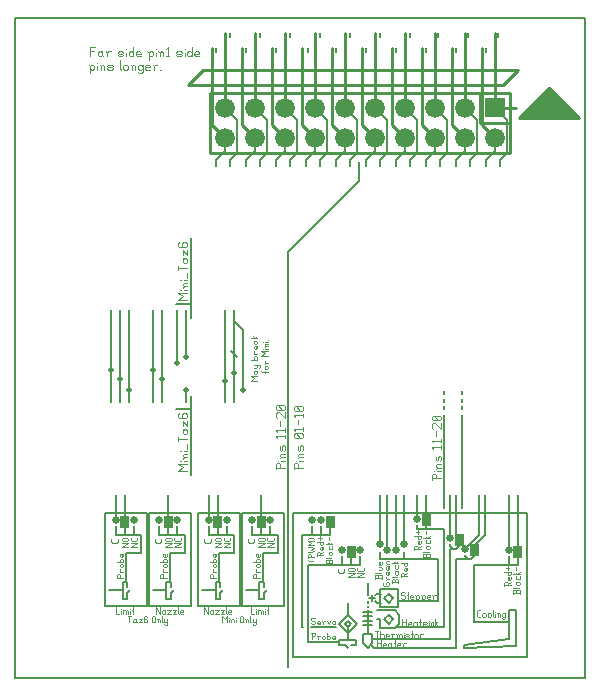
<source format=gbr>
G04 This is an RS-274x file exported by *
G04 gerbv version 2.7.0 *
G04 More information is available about gerbv at *
G04 http://gerbv.geda-project.org/ *
G04 --End of header info--*
%MOIN*%
%FSLAX36Y36*%
%IPPOS*%
G04 --Define apertures--*
%ADD10C,0.0001*%
%ADD11C,0.0100*%
%ADD12C,0.0060*%
%ADD13C,0.0021*%
%ADD14C,0.0026*%
%ADD15C,0.0022*%
%ADD16C,0.0027*%
%ADD17C,0.0030*%
%ADD18C,0.0038*%
%ADD19C,0.0022*%
%ADD20C,0.0021*%
%ADD21C,0.0200*%
%ADD22C,0.0600*%
%ADD23C,0.0380*%
%ADD24C,0.0260*%
%ADD25C,0.0660*%
G04 --Start main section--*
G54D10*
G36*
G01X1105000Y0500000D02*
G01X1105000Y0540000D01*
G01X1135000Y0540000D01*
G01X1135000Y0500000D01*
G01X1105000Y0500000D01*
G37*
G36*
G01X1035000Y0600000D02*
G01X1035000Y0640000D01*
G01X1065000Y0640000D01*
G01X1065000Y0600000D01*
G01X1035000Y0600000D01*
G37*
G36*
G01X0495000Y0600000D02*
G01X0495000Y0640000D01*
G01X0525000Y0640000D01*
G01X0525000Y0600000D01*
G01X0495000Y0600000D01*
G37*
G36*
G01X0660000Y0600000D02*
G01X0660000Y0640000D01*
G01X0690000Y0640000D01*
G01X0690000Y0600000D01*
G01X0660000Y0600000D01*
G37*
G36*
G01X0805000Y0600000D02*
G01X0805000Y0640000D01*
G01X0835000Y0640000D01*
G01X0835000Y0600000D01*
G01X0805000Y0600000D01*
G37*
G36*
G01X1660000Y0500000D02*
G01X1660000Y0540000D01*
G01X1690000Y0540000D01*
G01X1690000Y0500000D01*
G01X1660000Y0500000D01*
G37*
G36*
G01X1515000Y0505000D02*
G01X1515000Y0545000D01*
G01X1545000Y0545000D01*
G01X1545000Y0505000D01*
G01X1515000Y0505000D01*
G37*
G36*
G01X1465000Y0540000D02*
G01X1465000Y0580000D01*
G01X1495000Y0580000D01*
G01X1495000Y0540000D01*
G01X1465000Y0540000D01*
G37*
G36*
G01X1355000Y0605000D02*
G01X1355000Y0645000D01*
G01X1385000Y0645000D01*
G01X1385000Y0605000D01*
G01X1355000Y0605000D01*
G37*
G36*
G01X0350000Y0600000D02*
G01X0350000Y0640000D01*
G01X0380000Y0640000D01*
G01X0380000Y0600000D01*
G01X0350000Y0600000D01*
G37*
G36*
G01X1680000Y1965000D02*
G01X1780000Y2065000D01*
G01X1880000Y1965000D01*
G01X1680000Y1965000D01*
G37*
G54D11*
G01X1300000Y1900000D02*
G01X1257500Y1942500D01*
G01X1257500Y1942500D02*
G01X1257500Y2200000D01*
G01X1200000Y2000000D02*
G01X1200000Y2250000D01*
G01X1157500Y1942500D02*
G01X1157500Y2200000D01*
G01X1100000Y2000000D02*
G01X1100000Y2250000D01*
G01X1200000Y1900000D02*
G01X1157500Y1942500D01*
G01X1100000Y1900000D02*
G01X1057500Y1942500D01*
G01X1000000Y1900000D02*
G01X0957500Y1942500D01*
G54D12*
G01X1145000Y1820000D02*
G01X1145000Y1755000D01*
G01X1145000Y1755000D02*
G01X0910000Y1520000D01*
G54D11*
G01X1457500Y1942500D02*
G01X1457500Y2200000D01*
G01X1400000Y2000000D02*
G01X1400000Y2250000D01*
G01X1357500Y1942500D02*
G01X1357500Y2200000D01*
G01X1300000Y2000000D02*
G01X1300000Y2250000D01*
G01X1600000Y2000000D02*
G01X1600000Y2250000D01*
G01X1557500Y1942500D02*
G01X1557500Y2200000D01*
G01X1500000Y2000000D02*
G01X1500000Y2250000D01*
G01X1675000Y2125000D02*
G01X1625000Y2075000D01*
G01X1670000Y2000000D02*
G01X1620000Y2000000D01*
G54D12*
G01X1430000Y0995000D02*
G01X1430000Y1005000D01*
G01X1490000Y0995000D02*
G01X1490000Y1005000D01*
G01X1490000Y1020000D02*
G01X1490000Y1030000D01*
G01X1490000Y1045000D02*
G01X1490000Y1055000D01*
G01X1430000Y1020000D02*
G01X1430000Y1030000D01*
G01X1430000Y0665000D02*
G01X1430000Y0975000D01*
G01X1490000Y0665000D02*
G01X1490000Y0975000D01*
G01X1430000Y1045000D02*
G01X1430000Y1055000D01*
G54D11*
G01X0900000Y1900000D02*
G01X0857500Y1942500D01*
G01X0800000Y1900000D02*
G01X0757500Y1942500D01*
G54D12*
G01X0910000Y1520000D02*
G01X0910000Y0135000D01*
G54D11*
G01X0900000Y2000000D02*
G01X0900000Y2250000D01*
G01X0857500Y1942500D02*
G01X0857500Y2200000D01*
G01X0800000Y2000000D02*
G01X0800000Y2250000D01*
G01X0757500Y1942500D02*
G01X0757500Y2200000D01*
G01X0700000Y2000000D02*
G01X0700000Y2250000D01*
G01X0700000Y1900000D02*
G01X0657500Y1942500D01*
G01X0657500Y1942500D02*
G01X0657500Y2200000D01*
G01X0625000Y2125000D02*
G01X0575000Y2075000D01*
G54D12*
G01X0720000Y1190000D02*
G01X0740000Y1170000D01*
G01X0535000Y1345000D02*
G01X0585000Y1345000D01*
G01X0585000Y0995000D02*
G01X0535000Y0995000D01*
G01X0585000Y0775000D02*
G01X0585000Y1040000D01*
G01X0585000Y1565000D02*
G01X0585000Y1300000D01*
G54D11*
G01X1057500Y1942500D02*
G01X1057500Y2200000D01*
G01X1000000Y2000000D02*
G01X1000000Y2250000D01*
G01X0957500Y1942500D02*
G01X0957500Y2200000D01*
G01X0575000Y2075000D02*
G01X1625000Y2075000D01*
G01X1675000Y2125000D02*
G01X0625000Y2125000D01*
G01X1600000Y1900000D02*
G01X1557500Y1942500D01*
G01X1500000Y1900000D02*
G01X1457500Y1942500D01*
G01X1400000Y1900000D02*
G01X1357500Y1942500D01*
G01X1680000Y1965000D02*
G01X1780000Y2065000D01*
G01X1780000Y2065000D02*
G01X1880000Y1965000D01*
G01X1880000Y1965000D02*
G01X1680000Y1965000D01*
G54D13*
G01X0690000Y0304700D02*
G01X0690000Y0283500D01*
G01X0690000Y0304700D02*
G01X0697950Y0294100D01*
G01X0697950Y0294100D02*
G01X0705900Y0304700D01*
G01X0705900Y0304700D02*
G01X0705900Y0283500D01*
G54D14*
G01X0712260Y0299400D02*
G01X0712260Y0298870D01*
G54D13*
G01X0712260Y0291450D02*
G01X0712260Y0283500D01*
G01X0720210Y0291450D02*
G01X0720210Y0283500D01*
G01X0720210Y0291450D02*
G01X0722860Y0294100D01*
G01X0722860Y0294100D02*
G01X0725510Y0294100D01*
G01X0725510Y0294100D02*
G01X0728160Y0291450D01*
G01X0728160Y0291450D02*
G01X0728160Y0283500D01*
G01X0717560Y0294100D02*
G01X0720210Y0291450D01*
G54D14*
G01X0734520Y0299400D02*
G01X0734520Y0298870D01*
G54D13*
G01X0734520Y0291450D02*
G01X0734520Y0283500D01*
G01X0749360Y0302050D02*
G01X0749360Y0286150D01*
G01X0749360Y0302050D02*
G01X0752010Y0304700D01*
G01X0752010Y0304700D02*
G01X0757310Y0304700D01*
G01X0757310Y0304700D02*
G01X0759960Y0302050D01*
G01X0759960Y0302050D02*
G01X0759960Y0286150D01*
G01X0757310Y0283500D02*
G01X0759960Y0286150D01*
G01X0752010Y0283500D02*
G01X0757310Y0283500D01*
G01X0749360Y0286150D02*
G01X0752010Y0283500D01*
G01X0768970Y0291450D02*
G01X0768970Y0283500D01*
G01X0768970Y0291450D02*
G01X0771620Y0294100D01*
G01X0771620Y0294100D02*
G01X0774270Y0294100D01*
G01X0774270Y0294100D02*
G01X0776920Y0291450D01*
G01X0776920Y0291450D02*
G01X0776920Y0283500D01*
G01X0766320Y0294100D02*
G01X0768970Y0291450D01*
G01X0783280Y0304700D02*
G01X0783280Y0286150D01*
G01X0783280Y0286150D02*
G01X0785930Y0283500D01*
G01X0791230Y0294100D02*
G01X0791230Y0286150D01*
G01X0791230Y0286150D02*
G01X0793880Y0283500D01*
G01X0801830Y0294100D02*
G01X0801830Y0278200D01*
G01X0799180Y0275550D02*
G01X0801830Y0278200D01*
G01X0793880Y0275550D02*
G01X0799180Y0275550D01*
G01X0791230Y0278200D02*
G01X0793880Y0275550D01*
G01X0793880Y0283500D02*
G01X0799180Y0283500D01*
G01X0799180Y0283500D02*
G01X0801830Y0286150D01*
G54D15*
G01X0785000Y0334600D02*
G01X0785000Y0313000D01*
G01X0785000Y0313000D02*
G01X0795800Y0313000D01*
G54D16*
G01X0802280Y0329200D02*
G01X0802280Y0328660D01*
G54D15*
G01X0802280Y0321100D02*
G01X0802280Y0313000D01*
G01X0810380Y0321100D02*
G01X0810380Y0313000D01*
G01X0810380Y0321100D02*
G01X0813080Y0323800D01*
G01X0813080Y0323800D02*
G01X0815780Y0323800D01*
G01X0815780Y0323800D02*
G01X0818480Y0321100D01*
G01X0818480Y0321100D02*
G01X0818480Y0313000D01*
G01X0818480Y0321100D02*
G01X0821180Y0323800D01*
G01X0821180Y0323800D02*
G01X0823880Y0323800D01*
G01X0823880Y0323800D02*
G01X0826580Y0321100D01*
G01X0826580Y0321100D02*
G01X0826580Y0313000D01*
G01X0807680Y0323800D02*
G01X0810380Y0321100D01*
G54D16*
G01X0833060Y0329200D02*
G01X0833060Y0328660D01*
G54D15*
G01X0833060Y0321100D02*
G01X0833060Y0313000D01*
G01X0841160Y0334600D02*
G01X0841160Y0315700D01*
G01X0841160Y0315700D02*
G01X0843860Y0313000D01*
G01X0838460Y0326500D02*
G01X0843860Y0326500D01*
G01X0630000Y0334600D02*
G01X0630000Y0313000D01*
G01X0630000Y0334600D02*
G01X0643500Y0313000D01*
G01X0643500Y0334600D02*
G01X0643500Y0313000D01*
G01X0649980Y0321100D02*
G01X0649980Y0315700D01*
G01X0649980Y0321100D02*
G01X0652680Y0323800D01*
G01X0652680Y0323800D02*
G01X0658080Y0323800D01*
G01X0658080Y0323800D02*
G01X0660780Y0321100D01*
G01X0660780Y0321100D02*
G01X0660780Y0315700D01*
G01X0658080Y0313000D02*
G01X0660780Y0315700D01*
G01X0652680Y0313000D02*
G01X0658080Y0313000D01*
G01X0649980Y0315700D02*
G01X0652680Y0313000D01*
G01X0667260Y0323800D02*
G01X0678060Y0323800D01*
G01X0667260Y0313000D02*
G01X0678060Y0323800D01*
G01X0667260Y0313000D02*
G01X0678060Y0313000D01*
G01X0684540Y0323800D02*
G01X0695340Y0323800D01*
G01X0684540Y0313000D02*
G01X0695340Y0323800D01*
G01X0684540Y0313000D02*
G01X0695340Y0313000D01*
G01X0701820Y0334600D02*
G01X0701820Y0315700D01*
G01X0701820Y0315700D02*
G01X0704520Y0313000D01*
G01X0712620Y0313000D02*
G01X0720720Y0313000D01*
G01X0709920Y0315700D02*
G01X0712620Y0313000D01*
G01X0709920Y0321100D02*
G01X0709920Y0315700D01*
G01X0709920Y0321100D02*
G01X0712620Y0323800D01*
G01X0712620Y0323800D02*
G01X0718020Y0323800D01*
G01X0718020Y0323800D02*
G01X0720720Y0321100D01*
G01X0709920Y0318400D02*
G01X0720720Y0318400D01*
G01X0720720Y0321100D02*
G01X0720720Y0318400D01*
G54D13*
G01X0375000Y0304700D02*
G01X0385600Y0304700D01*
G01X0380300Y0304700D02*
G01X0380300Y0283500D01*
G01X0399910Y0294100D02*
G01X0402560Y0291450D01*
G01X0394610Y0294100D02*
G01X0399910Y0294100D01*
G01X0391960Y0291450D02*
G01X0394610Y0294100D01*
G01X0391960Y0291450D02*
G01X0391960Y0286150D01*
G01X0391960Y0286150D02*
G01X0394610Y0283500D01*
G01X0402560Y0294100D02*
G01X0402560Y0286150D01*
G01X0402560Y0286150D02*
G01X0405210Y0283500D01*
G01X0394610Y0283500D02*
G01X0399910Y0283500D01*
G01X0399910Y0283500D02*
G01X0402560Y0286150D01*
G01X0411570Y0294100D02*
G01X0422170Y0294100D01*
G01X0411570Y0283500D02*
G01X0422170Y0294100D01*
G01X0411570Y0283500D02*
G01X0422170Y0283500D01*
G01X0436480Y0304700D02*
G01X0439130Y0302050D01*
G01X0431180Y0304700D02*
G01X0436480Y0304700D01*
G01X0428530Y0302050D02*
G01X0431180Y0304700D01*
G01X0428530Y0302050D02*
G01X0428530Y0286150D01*
G01X0428530Y0286150D02*
G01X0431180Y0283500D01*
G01X0436480Y0295160D02*
G01X0439130Y0292510D01*
G01X0428530Y0295160D02*
G01X0436480Y0295160D01*
G01X0431180Y0283500D02*
G01X0436480Y0283500D01*
G01X0436480Y0283500D02*
G01X0439130Y0286150D01*
G01X0439130Y0292510D02*
G01X0439130Y0286150D01*
G01X0455030Y0302050D02*
G01X0455030Y0286150D01*
G01X0455030Y0302050D02*
G01X0457680Y0304700D01*
G01X0457680Y0304700D02*
G01X0462980Y0304700D01*
G01X0462980Y0304700D02*
G01X0465630Y0302050D01*
G01X0465630Y0302050D02*
G01X0465630Y0286150D01*
G01X0462980Y0283500D02*
G01X0465630Y0286150D01*
G01X0457680Y0283500D02*
G01X0462980Y0283500D01*
G01X0455030Y0286150D02*
G01X0457680Y0283500D01*
G01X0474640Y0291450D02*
G01X0474640Y0283500D01*
G01X0474640Y0291450D02*
G01X0477290Y0294100D01*
G01X0477290Y0294100D02*
G01X0479940Y0294100D01*
G01X0479940Y0294100D02*
G01X0482590Y0291450D01*
G01X0482590Y0291450D02*
G01X0482590Y0283500D01*
G01X0471990Y0294100D02*
G01X0474640Y0291450D01*
G01X0488950Y0304700D02*
G01X0488950Y0286150D01*
G01X0488950Y0286150D02*
G01X0491600Y0283500D01*
G01X0496900Y0294100D02*
G01X0496900Y0286150D01*
G01X0496900Y0286150D02*
G01X0499550Y0283500D01*
G01X0507500Y0294100D02*
G01X0507500Y0278200D01*
G01X0504850Y0275550D02*
G01X0507500Y0278200D01*
G01X0499550Y0275550D02*
G01X0504850Y0275550D01*
G01X0496900Y0278200D02*
G01X0499550Y0275550D01*
G01X0499550Y0283500D02*
G01X0504850Y0283500D01*
G01X0504850Y0283500D02*
G01X0507500Y0286150D01*
G54D15*
G01X0335000Y0334600D02*
G01X0335000Y0313000D01*
G01X0335000Y0313000D02*
G01X0345800Y0313000D01*
G54D16*
G01X0352280Y0329200D02*
G01X0352280Y0328660D01*
G54D15*
G01X0352280Y0321100D02*
G01X0352280Y0313000D01*
G01X0360380Y0321100D02*
G01X0360380Y0313000D01*
G01X0360380Y0321100D02*
G01X0363080Y0323800D01*
G01X0363080Y0323800D02*
G01X0365780Y0323800D01*
G01X0365780Y0323800D02*
G01X0368480Y0321100D01*
G01X0368480Y0321100D02*
G01X0368480Y0313000D01*
G01X0368480Y0321100D02*
G01X0371180Y0323800D01*
G01X0371180Y0323800D02*
G01X0373880Y0323800D01*
G01X0373880Y0323800D02*
G01X0376580Y0321100D01*
G01X0376580Y0321100D02*
G01X0376580Y0313000D01*
G01X0357680Y0323800D02*
G01X0360380Y0321100D01*
G54D16*
G01X0383060Y0329200D02*
G01X0383060Y0328660D01*
G54D15*
G01X0383060Y0321100D02*
G01X0383060Y0313000D01*
G01X0391160Y0334600D02*
G01X0391160Y0315700D01*
G01X0391160Y0315700D02*
G01X0393860Y0313000D01*
G01X0388460Y0326500D02*
G01X0393860Y0326500D01*
G01X0470000Y0334600D02*
G01X0470000Y0313000D01*
G01X0470000Y0334600D02*
G01X0483500Y0313000D01*
G01X0483500Y0334600D02*
G01X0483500Y0313000D01*
G01X0489980Y0321100D02*
G01X0489980Y0315700D01*
G01X0489980Y0321100D02*
G01X0492680Y0323800D01*
G01X0492680Y0323800D02*
G01X0498080Y0323800D01*
G01X0498080Y0323800D02*
G01X0500780Y0321100D01*
G01X0500780Y0321100D02*
G01X0500780Y0315700D01*
G01X0498080Y0313000D02*
G01X0500780Y0315700D01*
G01X0492680Y0313000D02*
G01X0498080Y0313000D01*
G01X0489980Y0315700D02*
G01X0492680Y0313000D01*
G01X0507260Y0323800D02*
G01X0518060Y0323800D01*
G01X0507260Y0313000D02*
G01X0518060Y0323800D01*
G01X0507260Y0313000D02*
G01X0518060Y0313000D01*
G01X0524540Y0323800D02*
G01X0535340Y0323800D01*
G01X0524540Y0313000D02*
G01X0535340Y0323800D01*
G01X0524540Y0313000D02*
G01X0535340Y0313000D01*
G01X0541820Y0334600D02*
G01X0541820Y0315700D01*
G01X0541820Y0315700D02*
G01X0544520Y0313000D01*
G01X0552620Y0313000D02*
G01X0560720Y0313000D01*
G01X0549920Y0315700D02*
G01X0552620Y0313000D01*
G01X0549920Y0321100D02*
G01X0549920Y0315700D01*
G01X0549920Y0321100D02*
G01X0552620Y0323800D01*
G01X0552620Y0323800D02*
G01X0558020Y0323800D01*
G01X0558020Y0323800D02*
G01X0560720Y0321100D01*
G01X0549920Y0318400D02*
G01X0560720Y0318400D01*
G01X0560720Y0321100D02*
G01X0560720Y0318400D01*
G54D17*
G01X0248850Y2138050D02*
G01X0248850Y2114950D01*
G01X0245000Y2141900D02*
G01X0248850Y2138050D01*
G01X0248850Y2138050D02*
G01X0252700Y2141900D01*
G01X0252700Y2141900D02*
G01X0260400Y2141900D01*
G01X0260400Y2141900D02*
G01X0264250Y2138050D01*
G01X0264250Y2138050D02*
G01X0264250Y2130350D01*
G01X0260400Y2126500D02*
G01X0264250Y2130350D01*
G01X0252700Y2126500D02*
G01X0260400Y2126500D01*
G01X0248850Y2130350D02*
G01X0252700Y2126500D01*
G54D18*
G01X0273490Y2149600D02*
G01X0273490Y2148830D01*
G54D17*
G01X0273490Y2138050D02*
G01X0273490Y2126500D01*
G01X0285040Y2138050D02*
G01X0285040Y2126500D01*
G01X0285040Y2138050D02*
G01X0288890Y2141900D01*
G01X0288890Y2141900D02*
G01X0292740Y2141900D01*
G01X0292740Y2141900D02*
G01X0296590Y2138050D01*
G01X0296590Y2138050D02*
G01X0296590Y2126500D01*
G01X0281190Y2141900D02*
G01X0285040Y2138050D01*
G01X0309680Y2126500D02*
G01X0321230Y2126500D01*
G01X0321230Y2126500D02*
G01X0325080Y2130350D01*
G01X0321230Y2134200D02*
G01X0325080Y2130350D01*
G01X0309680Y2134200D02*
G01X0321230Y2134200D01*
G01X0305830Y2138050D02*
G01X0309680Y2134200D01*
G01X0305830Y2138050D02*
G01X0309680Y2141900D01*
G01X0309680Y2141900D02*
G01X0321230Y2141900D01*
G01X0321230Y2141900D02*
G01X0325080Y2138050D01*
G01X0305830Y2130350D02*
G01X0309680Y2126500D01*
G01X0348180Y2157300D02*
G01X0348180Y2130350D01*
G01X0348180Y2130350D02*
G01X0352030Y2126500D01*
G01X0359730Y2138050D02*
G01X0359730Y2130350D01*
G01X0359730Y2138050D02*
G01X0363580Y2141900D01*
G01X0363580Y2141900D02*
G01X0371280Y2141900D01*
G01X0371280Y2141900D02*
G01X0375130Y2138050D01*
G01X0375130Y2138050D02*
G01X0375130Y2130350D01*
G01X0371280Y2126500D02*
G01X0375130Y2130350D01*
G01X0363580Y2126500D02*
G01X0371280Y2126500D01*
G01X0359730Y2130350D02*
G01X0363580Y2126500D01*
G01X0388220Y2138050D02*
G01X0388220Y2126500D01*
G01X0388220Y2138050D02*
G01X0392070Y2141900D01*
G01X0392070Y2141900D02*
G01X0395920Y2141900D01*
G01X0395920Y2141900D02*
G01X0399770Y2138050D01*
G01X0399770Y2138050D02*
G01X0399770Y2126500D01*
G01X0384370Y2141900D02*
G01X0388220Y2138050D01*
G01X0420560Y2141900D02*
G01X0424410Y2138050D01*
G01X0412860Y2141900D02*
G01X0420560Y2141900D01*
G01X0409010Y2138050D02*
G01X0412860Y2141900D01*
G01X0409010Y2138050D02*
G01X0409010Y2130350D01*
G01X0409010Y2130350D02*
G01X0412860Y2126500D01*
G01X0412860Y2126500D02*
G01X0420560Y2126500D01*
G01X0420560Y2126500D02*
G01X0424410Y2130350D01*
G01X0409010Y2118800D02*
G01X0412860Y2114950D01*
G01X0412860Y2114950D02*
G01X0420560Y2114950D01*
G01X0420560Y2114950D02*
G01X0424410Y2118800D01*
G01X0424410Y2141900D02*
G01X0424410Y2118800D01*
G01X0437500Y2126500D02*
G01X0449050Y2126500D01*
G01X0433650Y2130350D02*
G01X0437500Y2126500D01*
G01X0433650Y2138050D02*
G01X0433650Y2130350D01*
G01X0433650Y2138050D02*
G01X0437500Y2141900D01*
G01X0437500Y2141900D02*
G01X0445200Y2141900D01*
G01X0445200Y2141900D02*
G01X0449050Y2138050D01*
G01X0433650Y2134200D02*
G01X0449050Y2134200D01*
G01X0449050Y2138050D02*
G01X0449050Y2134200D01*
G01X0462140Y2138050D02*
G01X0462140Y2126500D01*
G01X0462140Y2138050D02*
G01X0465990Y2141900D01*
G01X0465990Y2141900D02*
G01X0473690Y2141900D01*
G01X0458290Y2141900D02*
G01X0462140Y2138050D01*
G01X0482930Y2126500D02*
G01X0486780Y2126500D01*
G01X0250000Y2202300D02*
G01X0250000Y2171500D01*
G01X0250000Y2202300D02*
G01X0265400Y2202300D01*
G01X0250000Y2188440D02*
G01X0261550Y2188440D01*
G01X0286190Y2186900D02*
G01X0290040Y2183050D01*
G01X0278490Y2186900D02*
G01X0286190Y2186900D01*
G01X0274640Y2183050D02*
G01X0278490Y2186900D01*
G01X0274640Y2183050D02*
G01X0274640Y2175350D01*
G01X0274640Y2175350D02*
G01X0278490Y2171500D01*
G01X0290040Y2186900D02*
G01X0290040Y2175350D01*
G01X0290040Y2175350D02*
G01X0293890Y2171500D01*
G01X0278490Y2171500D02*
G01X0286190Y2171500D01*
G01X0286190Y2171500D02*
G01X0290040Y2175350D01*
G01X0306980Y2183050D02*
G01X0306980Y2171500D01*
G01X0306980Y2183050D02*
G01X0310830Y2186900D01*
G01X0310830Y2186900D02*
G01X0318530Y2186900D01*
G01X0303130Y2186900D02*
G01X0306980Y2183050D01*
G01X0345480Y2171500D02*
G01X0357030Y2171500D01*
G01X0357030Y2171500D02*
G01X0360880Y2175350D01*
G01X0357030Y2179200D02*
G01X0360880Y2175350D01*
G01X0345480Y2179200D02*
G01X0357030Y2179200D01*
G01X0341630Y2183050D02*
G01X0345480Y2179200D01*
G01X0341630Y2183050D02*
G01X0345480Y2186900D01*
G01X0345480Y2186900D02*
G01X0357030Y2186900D01*
G01X0357030Y2186900D02*
G01X0360880Y2183050D01*
G01X0341630Y2175350D02*
G01X0345480Y2171500D01*
G54D18*
G01X0370120Y2194600D02*
G01X0370120Y2193830D01*
G54D17*
G01X0370120Y2183050D02*
G01X0370120Y2171500D01*
G01X0393220Y2202300D02*
G01X0393220Y2171500D01*
G01X0389370Y2171500D02*
G01X0393220Y2175350D01*
G01X0381670Y2171500D02*
G01X0389370Y2171500D01*
G01X0377820Y2175350D02*
G01X0381670Y2171500D01*
G01X0377820Y2183050D02*
G01X0377820Y2175350D01*
G01X0377820Y2183050D02*
G01X0381670Y2186900D01*
G01X0381670Y2186900D02*
G01X0389370Y2186900D01*
G01X0389370Y2186900D02*
G01X0393220Y2183050D01*
G01X0406310Y2171500D02*
G01X0417860Y2171500D01*
G01X0402460Y2175350D02*
G01X0406310Y2171500D01*
G01X0402460Y2183050D02*
G01X0402460Y2175350D01*
G01X0402460Y2183050D02*
G01X0406310Y2186900D01*
G01X0406310Y2186900D02*
G01X0414010Y2186900D01*
G01X0414010Y2186900D02*
G01X0417860Y2183050D01*
G01X0402460Y2179200D02*
G01X0417860Y2179200D01*
G01X0417860Y2183050D02*
G01X0417860Y2179200D01*
G01X0444810Y2183050D02*
G01X0444810Y2159950D01*
G01X0440960Y2186900D02*
G01X0444810Y2183050D01*
G01X0444810Y2183050D02*
G01X0448660Y2186900D01*
G01X0448660Y2186900D02*
G01X0456360Y2186900D01*
G01X0456360Y2186900D02*
G01X0460210Y2183050D01*
G01X0460210Y2183050D02*
G01X0460210Y2175350D01*
G01X0456360Y2171500D02*
G01X0460210Y2175350D01*
G01X0448660Y2171500D02*
G01X0456360Y2171500D01*
G01X0444810Y2175350D02*
G01X0448660Y2171500D01*
G54D18*
G01X0469450Y2194600D02*
G01X0469450Y2193830D01*
G54D17*
G01X0469450Y2183050D02*
G01X0469450Y2171500D01*
G01X0481000Y2183050D02*
G01X0481000Y2171500D01*
G01X0481000Y2183050D02*
G01X0484850Y2186900D01*
G01X0484850Y2186900D02*
G01X0488700Y2186900D01*
G01X0488700Y2186900D02*
G01X0492550Y2183050D01*
G01X0492550Y2183050D02*
G01X0492550Y2171500D01*
G01X0477150Y2186900D02*
G01X0481000Y2183050D01*
G01X0501790Y2196140D02*
G01X0507950Y2202300D01*
G01X0507950Y2202300D02*
G01X0507950Y2171500D01*
G01X0501790Y2171500D02*
G01X0513340Y2171500D01*
G01X0540290Y2171500D02*
G01X0551840Y2171500D01*
G01X0551840Y2171500D02*
G01X0555690Y2175350D01*
G01X0551840Y2179200D02*
G01X0555690Y2175350D01*
G01X0540290Y2179200D02*
G01X0551840Y2179200D01*
G01X0536440Y2183050D02*
G01X0540290Y2179200D01*
G01X0536440Y2183050D02*
G01X0540290Y2186900D01*
G01X0540290Y2186900D02*
G01X0551840Y2186900D01*
G01X0551840Y2186900D02*
G01X0555690Y2183050D01*
G01X0536440Y2175350D02*
G01X0540290Y2171500D01*
G54D18*
G01X0564930Y2194600D02*
G01X0564930Y2193830D01*
G54D17*
G01X0564930Y2183050D02*
G01X0564930Y2171500D01*
G01X0588030Y2202300D02*
G01X0588030Y2171500D01*
G01X0584180Y2171500D02*
G01X0588030Y2175350D01*
G01X0576480Y2171500D02*
G01X0584180Y2171500D01*
G01X0572630Y2175350D02*
G01X0576480Y2171500D01*
G01X0572630Y2183050D02*
G01X0572630Y2175350D01*
G01X0572630Y2183050D02*
G01X0576480Y2186900D01*
G01X0576480Y2186900D02*
G01X0584180Y2186900D01*
G01X0584180Y2186900D02*
G01X0588030Y2183050D01*
G01X0601120Y2171500D02*
G01X0612670Y2171500D01*
G01X0597270Y2175350D02*
G01X0601120Y2171500D01*
G01X0597270Y2183050D02*
G01X0597270Y2175350D01*
G01X0597270Y2183050D02*
G01X0601120Y2186900D01*
G01X0601120Y2186900D02*
G01X0608820Y2186900D01*
G01X0608820Y2186900D02*
G01X0612670Y2183050D01*
G01X0597270Y2179200D02*
G01X0612670Y2179200D01*
G01X0612670Y2183050D02*
G01X0612670Y2179200D01*
G01X0542700Y1360000D02*
G01X0573500Y1360000D01*
G01X0542700Y1360000D02*
G01X0558100Y1371550D01*
G01X0558100Y1371550D02*
G01X0542700Y1383100D01*
G01X0542700Y1383100D02*
G01X0573500Y1383100D01*
G54D18*
G01X0550400Y1392340D02*
G01X0551170Y1392340D01*
G54D17*
G01X0561950Y1392340D02*
G01X0573500Y1392340D01*
G01X0561950Y1403890D02*
G01X0573500Y1403890D01*
G01X0561950Y1403890D02*
G01X0558100Y1407740D01*
G01X0558100Y1411590D02*
G01X0558100Y1407740D01*
G01X0558100Y1411590D02*
G01X0561950Y1415440D01*
G01X0561950Y1415440D02*
G01X0573500Y1415440D01*
G01X0558100Y1400040D02*
G01X0561950Y1403890D01*
G54D18*
G01X0550400Y1424680D02*
G01X0551170Y1424680D01*
G54D17*
G01X0561950Y1424680D02*
G01X0573500Y1424680D01*
G01X0573500Y1447780D02*
G01X0573500Y1432380D01*
G01X0542700Y1472420D02*
G01X0542700Y1457020D01*
G01X0542700Y1464720D02*
G01X0573500Y1464720D01*
G01X0558100Y1493210D02*
G01X0561950Y1497060D01*
G01X0558100Y1493210D02*
G01X0558100Y1485510D01*
G01X0561950Y1481660D02*
G01X0558100Y1485510D01*
G01X0561950Y1481660D02*
G01X0569650Y1481660D01*
G01X0569650Y1481660D02*
G01X0573500Y1485510D01*
G01X0558100Y1497060D02*
G01X0569650Y1497060D01*
G01X0569650Y1497060D02*
G01X0573500Y1500910D01*
G01X0573500Y1493210D02*
G01X0573500Y1485510D01*
G01X0573500Y1493210D02*
G01X0569650Y1497060D01*
G01X0558100Y1525550D02*
G01X0558100Y1510150D01*
G01X0573500Y1510150D02*
G01X0558100Y1525550D01*
G01X0573500Y1525550D02*
G01X0573500Y1510150D01*
G01X0542700Y1546340D02*
G01X0546550Y1550190D01*
G01X0542700Y1546340D02*
G01X0542700Y1538640D01*
G01X0546550Y1534790D02*
G01X0542700Y1538640D01*
G01X0546550Y1534790D02*
G01X0569650Y1534790D01*
G01X0569650Y1534790D02*
G01X0573500Y1538640D01*
G01X0556560Y1546340D02*
G01X0560410Y1550190D01*
G01X0556560Y1546340D02*
G01X0556560Y1534790D01*
G01X0573500Y1546340D02*
G01X0573500Y1538640D01*
G01X0573500Y1546340D02*
G01X0569650Y1550190D01*
G01X0560410Y1550190D02*
G01X0569650Y1550190D01*
G01X0542700Y0790000D02*
G01X0573500Y0790000D01*
G01X0542700Y0790000D02*
G01X0558100Y0801550D01*
G01X0558100Y0801550D02*
G01X0542700Y0813100D01*
G01X0542700Y0813100D02*
G01X0573500Y0813100D01*
G54D18*
G01X0550400Y0822340D02*
G01X0551170Y0822340D01*
G54D17*
G01X0561950Y0822340D02*
G01X0573500Y0822340D01*
G01X0561950Y0833890D02*
G01X0573500Y0833890D01*
G01X0561950Y0833890D02*
G01X0558100Y0837740D01*
G01X0558100Y0841590D02*
G01X0558100Y0837740D01*
G01X0558100Y0841590D02*
G01X0561950Y0845440D01*
G01X0561950Y0845440D02*
G01X0573500Y0845440D01*
G01X0558100Y0830040D02*
G01X0561950Y0833890D01*
G54D18*
G01X0550400Y0854680D02*
G01X0551170Y0854680D01*
G54D17*
G01X0561950Y0854680D02*
G01X0573500Y0854680D01*
G01X0573500Y0877780D02*
G01X0573500Y0862380D01*
G01X0542700Y0902420D02*
G01X0542700Y0887020D01*
G01X0542700Y0894720D02*
G01X0573500Y0894720D01*
G01X0558100Y0923210D02*
G01X0561950Y0927060D01*
G01X0558100Y0923210D02*
G01X0558100Y0915510D01*
G01X0561950Y0911660D02*
G01X0558100Y0915510D01*
G01X0561950Y0911660D02*
G01X0569650Y0911660D01*
G01X0569650Y0911660D02*
G01X0573500Y0915510D01*
G01X0558100Y0927060D02*
G01X0569650Y0927060D01*
G01X0569650Y0927060D02*
G01X0573500Y0930910D01*
G01X0573500Y0923210D02*
G01X0573500Y0915510D01*
G01X0573500Y0923210D02*
G01X0569650Y0927060D01*
G01X0558100Y0955550D02*
G01X0558100Y0940150D01*
G01X0573500Y0940150D02*
G01X0558100Y0955550D01*
G01X0573500Y0955550D02*
G01X0573500Y0940150D01*
G01X0542700Y0976340D02*
G01X0546550Y0980190D01*
G01X0542700Y0976340D02*
G01X0542700Y0968640D01*
G01X0546550Y0964790D02*
G01X0542700Y0968640D01*
G01X0546550Y0964790D02*
G01X0569650Y0964790D01*
G01X0569650Y0964790D02*
G01X0573500Y0968640D01*
G01X0556560Y0976340D02*
G01X0560410Y0980190D01*
G01X0556560Y0976340D02*
G01X0556560Y0964790D01*
G01X0573500Y0976340D02*
G01X0573500Y0968640D01*
G01X0573500Y0976340D02*
G01X0569650Y0980190D01*
G01X0560410Y0980190D02*
G01X0569650Y0980190D01*
G01X1387700Y0763850D02*
G01X1418500Y0763850D01*
G01X1387700Y0775400D02*
G01X1387700Y0760000D01*
G01X1387700Y0775400D02*
G01X1391550Y0779250D01*
G01X1391550Y0779250D02*
G01X1399250Y0779250D01*
G01X1403100Y0775400D02*
G01X1399250Y0779250D01*
G01X1403100Y0775400D02*
G01X1403100Y0763850D01*
G54D18*
G01X1395400Y0788490D02*
G01X1396170Y0788490D01*
G54D17*
G01X1406950Y0788490D02*
G01X1418500Y0788490D01*
G01X1406950Y0800040D02*
G01X1418500Y0800040D01*
G01X1406950Y0800040D02*
G01X1403100Y0803890D01*
G01X1403100Y0807740D02*
G01X1403100Y0803890D01*
G01X1403100Y0807740D02*
G01X1406950Y0811590D01*
G01X1406950Y0811590D02*
G01X1418500Y0811590D01*
G01X1403100Y0796190D02*
G01X1406950Y0800040D01*
G01X1418500Y0836230D02*
G01X1418500Y0824680D01*
G01X1418500Y0836230D02*
G01X1414650Y0840080D01*
G01X1410800Y0836230D02*
G01X1414650Y0840080D01*
G01X1410800Y0836230D02*
G01X1410800Y0824680D01*
G01X1406950Y0820830D02*
G01X1410800Y0824680D01*
G01X1406950Y0820830D02*
G01X1403100Y0824680D01*
G01X1403100Y0836230D02*
G01X1403100Y0824680D01*
G01X1403100Y0836230D02*
G01X1406950Y0840080D01*
G01X1414650Y0820830D02*
G01X1418500Y0824680D01*
G01X1393860Y0863180D02*
G01X1387700Y0869340D01*
G01X1387700Y0869340D02*
G01X1418500Y0869340D01*
G01X1418500Y0874730D02*
G01X1418500Y0863180D01*
G01X1393860Y0883970D02*
G01X1387700Y0890130D01*
G01X1387700Y0890130D02*
G01X1418500Y0890130D01*
G01X1418500Y0895520D02*
G01X1418500Y0883970D01*
G01X1403100Y0920160D02*
G01X1403100Y0904760D01*
G01X1391550Y0929400D02*
G01X1387700Y0933250D01*
G01X1387700Y0944800D02*
G01X1387700Y0933250D01*
G01X1387700Y0944800D02*
G01X1391550Y0948650D01*
G01X1391550Y0948650D02*
G01X1399250Y0948650D01*
G01X1418500Y0929400D02*
G01X1399250Y0948650D01*
G01X1418500Y0948650D02*
G01X1418500Y0929400D01*
G01X1414650Y0957890D02*
G01X1418500Y0961740D01*
G01X1391550Y0957890D02*
G01X1414650Y0957890D01*
G01X1391550Y0957890D02*
G01X1387700Y0961740D01*
G01X1387700Y0969440D02*
G01X1387700Y0961740D01*
G01X1387700Y0969440D02*
G01X1391550Y0973290D01*
G01X1391550Y0973290D02*
G01X1414650Y0973290D01*
G01X1418500Y0969440D02*
G01X1414650Y0973290D01*
G01X1418500Y0969440D02*
G01X1418500Y0961740D01*
G01X1410800Y0957890D02*
G01X1395400Y0973290D01*
G01X0927700Y0798850D02*
G01X0958500Y0798850D01*
G01X0927700Y0810400D02*
G01X0927700Y0795000D01*
G01X0927700Y0810400D02*
G01X0931550Y0814250D01*
G01X0931550Y0814250D02*
G01X0939250Y0814250D01*
G01X0943100Y0810400D02*
G01X0939250Y0814250D01*
G01X0943100Y0810400D02*
G01X0943100Y0798850D01*
G54D18*
G01X0935400Y0823490D02*
G01X0936170Y0823490D01*
G54D17*
G01X0946950Y0823490D02*
G01X0958500Y0823490D01*
G01X0946950Y0835040D02*
G01X0958500Y0835040D01*
G01X0946950Y0835040D02*
G01X0943100Y0838890D01*
G01X0943100Y0842740D02*
G01X0943100Y0838890D01*
G01X0943100Y0842740D02*
G01X0946950Y0846590D01*
G01X0946950Y0846590D02*
G01X0958500Y0846590D01*
G01X0943100Y0831190D02*
G01X0946950Y0835040D01*
G01X0958500Y0871230D02*
G01X0958500Y0859680D01*
G01X0958500Y0871230D02*
G01X0954650Y0875080D01*
G01X0950800Y0871230D02*
G01X0954650Y0875080D01*
G01X0950800Y0871230D02*
G01X0950800Y0859680D01*
G01X0946950Y0855830D02*
G01X0950800Y0859680D01*
G01X0946950Y0855830D02*
G01X0943100Y0859680D01*
G01X0943100Y0871230D02*
G01X0943100Y0859680D01*
G01X0943100Y0871230D02*
G01X0946950Y0875080D01*
G01X0954650Y0855830D02*
G01X0958500Y0859680D01*
G01X0954650Y0898180D02*
G01X0958500Y0902030D01*
G01X0931550Y0898180D02*
G01X0954650Y0898180D01*
G01X0931550Y0898180D02*
G01X0927700Y0902030D01*
G01X0927700Y0909730D02*
G01X0927700Y0902030D01*
G01X0927700Y0909730D02*
G01X0931550Y0913580D01*
G01X0931550Y0913580D02*
G01X0954650Y0913580D01*
G01X0958500Y0909730D02*
G01X0954650Y0913580D01*
G01X0958500Y0909730D02*
G01X0958500Y0902030D01*
G01X0950800Y0898180D02*
G01X0935400Y0913580D01*
G01X0933860Y0922820D02*
G01X0927700Y0928980D01*
G01X0927700Y0928980D02*
G01X0958500Y0928980D01*
G01X0958500Y0934370D02*
G01X0958500Y0922820D01*
G01X0943100Y0959010D02*
G01X0943100Y0943610D01*
G01X0933860Y0968250D02*
G01X0927700Y0974410D01*
G01X0927700Y0974410D02*
G01X0958500Y0974410D01*
G01X0958500Y0979800D02*
G01X0958500Y0968250D01*
G01X0954650Y0989040D02*
G01X0958500Y0992890D01*
G01X0931550Y0989040D02*
G01X0954650Y0989040D01*
G01X0931550Y0989040D02*
G01X0927700Y0992890D01*
G01X0927700Y1000590D02*
G01X0927700Y0992890D01*
G01X0927700Y1000590D02*
G01X0931550Y1004440D01*
G01X0931550Y1004440D02*
G01X0954650Y1004440D01*
G01X0958500Y1000590D02*
G01X0954650Y1004440D01*
G01X0958500Y1000590D02*
G01X0958500Y0992890D01*
G01X0950800Y0989040D02*
G01X0935400Y1004440D01*
G54D15*
G01X0785400Y1090000D02*
G01X0807000Y1090000D01*
G01X0785400Y1090000D02*
G01X0796200Y1098100D01*
G01X0796200Y1098100D02*
G01X0785400Y1106200D01*
G01X0785400Y1106200D02*
G01X0807000Y1106200D01*
G01X0796200Y1120780D02*
G01X0798900Y1123480D01*
G01X0796200Y1120780D02*
G01X0796200Y1115380D01*
G01X0798900Y1112680D02*
G01X0796200Y1115380D01*
G01X0798900Y1112680D02*
G01X0804300Y1112680D01*
G01X0804300Y1112680D02*
G01X0807000Y1115380D01*
G01X0796200Y1123480D02*
G01X0804300Y1123480D01*
G01X0804300Y1123480D02*
G01X0807000Y1126180D01*
G01X0807000Y1120780D02*
G01X0807000Y1115380D01*
G01X0807000Y1120780D02*
G01X0804300Y1123480D01*
G01X0796200Y1132660D02*
G01X0804300Y1132660D01*
G01X0804300Y1132660D02*
G01X0807000Y1135360D01*
G01X0796200Y1143460D02*
G01X0812400Y1143460D01*
G01X0815100Y1140760D02*
G01X0812400Y1143460D01*
G01X0815100Y1140760D02*
G01X0815100Y1135360D01*
G01X0812400Y1132660D02*
G01X0815100Y1135360D01*
G01X0807000Y1140760D02*
G01X0807000Y1135360D01*
G01X0807000Y1140760D02*
G01X0804300Y1143460D01*
G01X0785400Y1159660D02*
G01X0807000Y1159660D01*
G01X0804300Y1159660D02*
G01X0807000Y1162360D01*
G01X0807000Y1167760D02*
G01X0807000Y1162360D01*
G01X0807000Y1167760D02*
G01X0804300Y1170460D01*
G01X0798900Y1170460D02*
G01X0804300Y1170460D01*
G01X0796200Y1167760D02*
G01X0798900Y1170460D01*
G01X0796200Y1167760D02*
G01X0796200Y1162360D01*
G01X0798900Y1159660D02*
G01X0796200Y1162360D01*
G01X0798900Y1179640D02*
G01X0807000Y1179640D01*
G01X0798900Y1179640D02*
G01X0796200Y1182340D01*
G01X0796200Y1187740D02*
G01X0796200Y1182340D01*
G01X0796200Y1176940D02*
G01X0798900Y1179640D01*
G01X0807000Y1205020D02*
G01X0807000Y1196920D01*
G01X0804300Y1194220D02*
G01X0807000Y1196920D01*
G01X0798900Y1194220D02*
G01X0804300Y1194220D01*
G01X0798900Y1194220D02*
G01X0796200Y1196920D01*
G01X0796200Y1202320D02*
G01X0796200Y1196920D01*
G01X0796200Y1202320D02*
G01X0798900Y1205020D01*
G01X0801600Y1205020D02*
G01X0801600Y1194220D01*
G01X0798900Y1205020D02*
G01X0801600Y1205020D01*
G01X0796200Y1219600D02*
G01X0798900Y1222300D01*
G01X0796200Y1219600D02*
G01X0796200Y1214200D01*
G01X0798900Y1211500D02*
G01X0796200Y1214200D01*
G01X0798900Y1211500D02*
G01X0804300Y1211500D01*
G01X0804300Y1211500D02*
G01X0807000Y1214200D01*
G01X0796200Y1222300D02*
G01X0804300Y1222300D01*
G01X0804300Y1222300D02*
G01X0807000Y1225000D01*
G01X0807000Y1219600D02*
G01X0807000Y1214200D01*
G01X0807000Y1219600D02*
G01X0804300Y1222300D01*
G01X0785400Y1231480D02*
G01X0807000Y1231480D01*
G01X0798900Y1231480D02*
G01X0807000Y1239580D01*
G01X0798900Y1231480D02*
G01X0793500Y1236880D01*
G01X0823100Y1117700D02*
G01X0842000Y1117700D01*
G01X0823100Y1117700D02*
G01X0820400Y1120400D01*
G01X0820400Y1123100D02*
G01X0820400Y1120400D01*
G01X0831200Y1120400D02*
G01X0831200Y1115000D01*
G01X0833900Y1128500D02*
G01X0839300Y1128500D01*
G01X0833900Y1128500D02*
G01X0831200Y1131200D01*
G01X0831200Y1136600D02*
G01X0831200Y1131200D01*
G01X0831200Y1136600D02*
G01X0833900Y1139300D01*
G01X0833900Y1139300D02*
G01X0839300Y1139300D01*
G01X0842000Y1136600D02*
G01X0839300Y1139300D01*
G01X0842000Y1136600D02*
G01X0842000Y1131200D01*
G01X0839300Y1128500D02*
G01X0842000Y1131200D01*
G01X0833900Y1148480D02*
G01X0842000Y1148480D01*
G01X0833900Y1148480D02*
G01X0831200Y1151180D01*
G01X0831200Y1156580D02*
G01X0831200Y1151180D01*
G01X0831200Y1145780D02*
G01X0833900Y1148480D01*
G01X0820400Y1172780D02*
G01X0842000Y1172780D01*
G01X0820400Y1172780D02*
G01X0831200Y1180880D01*
G01X0831200Y1180880D02*
G01X0820400Y1188980D01*
G01X0820400Y1188980D02*
G01X0842000Y1188980D01*
G54D16*
G01X0825800Y1195460D02*
G01X0826340Y1195460D01*
G54D15*
G01X0833900Y1195460D02*
G01X0842000Y1195460D01*
G01X0833900Y1203560D02*
G01X0842000Y1203560D01*
G01X0833900Y1203560D02*
G01X0831200Y1206260D01*
G01X0831200Y1208960D02*
G01X0831200Y1206260D01*
G01X0831200Y1208960D02*
G01X0833900Y1211660D01*
G01X0833900Y1211660D02*
G01X0842000Y1211660D01*
G01X0831200Y1200860D02*
G01X0833900Y1203560D01*
G54D16*
G01X0825800Y1218140D02*
G01X0826340Y1218140D01*
G54D15*
G01X0833900Y1218140D02*
G01X0842000Y1218140D01*
G01X0842000Y1226240D02*
G01X0842000Y1223540D01*
G54D17*
G01X0867700Y0798850D02*
G01X0898500Y0798850D01*
G01X0867700Y0810400D02*
G01X0867700Y0795000D01*
G01X0867700Y0810400D02*
G01X0871550Y0814250D01*
G01X0871550Y0814250D02*
G01X0879250Y0814250D01*
G01X0883100Y0810400D02*
G01X0879250Y0814250D01*
G01X0883100Y0810400D02*
G01X0883100Y0798850D01*
G54D18*
G01X0875400Y0823490D02*
G01X0876170Y0823490D01*
G54D17*
G01X0886950Y0823490D02*
G01X0898500Y0823490D01*
G01X0886950Y0835040D02*
G01X0898500Y0835040D01*
G01X0886950Y0835040D02*
G01X0883100Y0838890D01*
G01X0883100Y0842740D02*
G01X0883100Y0838890D01*
G01X0883100Y0842740D02*
G01X0886950Y0846590D01*
G01X0886950Y0846590D02*
G01X0898500Y0846590D01*
G01X0883100Y0831190D02*
G01X0886950Y0835040D01*
G01X0898500Y0871230D02*
G01X0898500Y0859680D01*
G01X0898500Y0871230D02*
G01X0894650Y0875080D01*
G01X0890800Y0871230D02*
G01X0894650Y0875080D01*
G01X0890800Y0871230D02*
G01X0890800Y0859680D01*
G01X0886950Y0855830D02*
G01X0890800Y0859680D01*
G01X0886950Y0855830D02*
G01X0883100Y0859680D01*
G01X0883100Y0871230D02*
G01X0883100Y0859680D01*
G01X0883100Y0871230D02*
G01X0886950Y0875080D01*
G01X0894650Y0855830D02*
G01X0898500Y0859680D01*
G01X0873860Y0898180D02*
G01X0867700Y0904340D01*
G01X0867700Y0904340D02*
G01X0898500Y0904340D01*
G01X0898500Y0909730D02*
G01X0898500Y0898180D01*
G01X0873860Y0918970D02*
G01X0867700Y0925130D01*
G01X0867700Y0925130D02*
G01X0898500Y0925130D01*
G01X0898500Y0930520D02*
G01X0898500Y0918970D01*
G01X0883100Y0955160D02*
G01X0883100Y0939760D01*
G01X0871550Y0964400D02*
G01X0867700Y0968250D01*
G01X0867700Y0979800D02*
G01X0867700Y0968250D01*
G01X0867700Y0979800D02*
G01X0871550Y0983650D01*
G01X0871550Y0983650D02*
G01X0879250Y0983650D01*
G01X0898500Y0964400D02*
G01X0879250Y0983650D01*
G01X0898500Y0983650D02*
G01X0898500Y0964400D01*
G01X0894650Y0992890D02*
G01X0898500Y0996740D01*
G01X0871550Y0992890D02*
G01X0894650Y0992890D01*
G01X0871550Y0992890D02*
G01X0867700Y0996740D01*
G01X0867700Y1004440D02*
G01X0867700Y0996740D01*
G01X0867700Y1004440D02*
G01X0871550Y1008290D01*
G01X0871550Y1008290D02*
G01X0894650Y1008290D01*
G01X0898500Y1004440D02*
G01X0894650Y1008290D01*
G01X0898500Y1004440D02*
G01X0898500Y0996740D01*
G01X0890800Y0992890D02*
G01X0875400Y1008290D01*
G54D12*
G01X0955000Y0575000D02*
G01X0955000Y0270000D01*
G01X1080000Y0280000D02*
G01X1110000Y0310000D01*
G01X0985000Y0270000D02*
G01X1070000Y0270000D01*
G01X1110000Y0350000D02*
G01X1110000Y0310000D01*
G01X1120000Y0505000D02*
G01X1120000Y0475000D01*
G01X1090000Y0505000D02*
G01X1090000Y0475000D01*
G01X0975000Y0475000D02*
G01X0975000Y0220000D01*
G01X0925000Y0650000D02*
G01X0925000Y0170000D01*
G01X0975000Y0220000D02*
G01X1080000Y0220000D01*
G01X1080000Y0225000D02*
G01X1135000Y0225000D01*
G01X1080000Y0225000D02*
G01X1080000Y0210000D01*
G01X1120000Y0210000D02*
G01X1135000Y0210000D01*
G01X1100000Y0210000D02*
G01X1110000Y0200000D01*
G01X1080000Y0210000D02*
G01X1100000Y0210000D01*
G01X0955000Y0270000D02*
G01X0960000Y0270000D01*
G01X1110000Y0270000D02*
G01X1120000Y0280000D01*
G01X1110000Y0290000D02*
G01X1120000Y0280000D01*
G01X1100000Y0280000D02*
G01X1110000Y0290000D01*
G01X1100000Y0280000D02*
G01X1110000Y0270000D01*
G01X1080000Y0280000D02*
G01X1110000Y0250000D01*
G01X0975000Y0475000D02*
G01X1125000Y0475000D01*
G01X1020000Y0605000D02*
G01X1020000Y0575000D01*
G01X1050000Y0605000D02*
G01X1050000Y0575000D01*
G01X1050000Y0575000D02*
G01X0955000Y0575000D01*
G01X0990000Y0605000D02*
G01X0990000Y0575000D01*
G01X1340000Y0610000D02*
G01X1340000Y0595000D01*
G01X1370000Y0610000D02*
G01X1370000Y0595000D01*
G01X1340000Y0595000D02*
G01X1355000Y0595000D01*
G01X1370000Y0610000D02*
G01X1370000Y0605000D01*
G01X1340000Y0610000D02*
G01X1340000Y0605000D01*
G01X1350000Y0595000D02*
G01X1430000Y0595000D01*
G01X1215000Y0495000D02*
G01X1410000Y0495000D01*
G01X1295000Y0520000D02*
G01X1295000Y0495000D01*
G01X1215000Y0520000D02*
G01X1215000Y0495000D01*
G01X1270000Y0500000D02*
G01X1270000Y0495000D01*
G01X1240000Y0500000D02*
G01X1240000Y0495000D01*
G01X1450000Y0530000D02*
G01X1450000Y0230000D01*
G01X1430000Y0595000D02*
G01X1430000Y0270000D01*
G01X1410000Y0495000D02*
G01X1410000Y0355000D01*
G01X1480000Y0545000D02*
G01X1480000Y0540000D01*
G01X1470000Y0530000D02*
G01X1480000Y0540000D01*
G01X1470000Y0495000D02*
G01X1470000Y0470000D01*
G01X1470000Y0475000D02*
G01X1470000Y0200000D01*
G01X1470000Y0495000D02*
G01X1520000Y0495000D01*
G01X1530000Y0510000D02*
G01X1530000Y0505000D01*
G01X1520000Y0495000D02*
G01X1530000Y0505000D01*
G01X1499990Y0505000D02*
G01X1510000Y0495000D01*
G01X1499990Y0510000D02*
G01X1499990Y0505000D01*
G01X1450000Y0530000D02*
G01X1470000Y0530000D01*
G01X1450000Y0540000D02*
G01X1460000Y0530000D01*
G01X1450000Y0545000D02*
G01X1450000Y0540000D01*
G01X1675000Y0505000D02*
G01X1675000Y0475000D01*
G01X1530000Y0475000D02*
G01X1675000Y0475000D01*
G01X1645000Y0505000D02*
G01X1645000Y0475000D01*
G01X1530000Y0475000D02*
G01X1530000Y0285000D01*
G01X1530000Y0285000D02*
G01X1645000Y0285000D01*
G01X1645000Y0325000D02*
G01X1645000Y0230000D01*
G01X1670000Y0325000D02*
G01X1670000Y0205000D01*
G01X1645000Y0325000D02*
G01X1670000Y0325000D01*
G01X1494990Y0210000D02*
G01X1645000Y0230000D01*
G01X1494990Y0210000D02*
G01X1494990Y0200000D01*
G01X1494990Y0200000D02*
G01X1670000Y0205000D01*
G01X1275000Y0355000D02*
G01X1410000Y0355000D01*
G01X1195000Y0200000D02*
G01X1470000Y0200000D01*
G01X1190000Y0230000D02*
G01X1450000Y0230000D01*
G01X1270000Y0270000D02*
G01X1430000Y0270000D01*
G01X1215000Y0265000D02*
G01X1265000Y0265000D01*
G01X1190000Y0245000D02*
G01X1190000Y0215000D01*
G01X1185000Y0210000D02*
G01X1195000Y0200000D01*
G01X1160000Y0245000D02*
G01X1190000Y0245000D01*
G01X1160000Y0245000D02*
G01X1160000Y0215000D01*
G01X1175000Y0200000D02*
G01X1190000Y0215000D01*
G01X1160000Y0215000D02*
G01X1175000Y0200000D01*
G01X1175000Y0415000D02*
G01X1175000Y0375000D01*
G01X1175000Y0340000D02*
G01X1175000Y0335000D01*
G01X1175000Y0355000D02*
G01X1175000Y0350000D01*
G01X1160000Y0320000D02*
G01X1190000Y0320000D01*
G01X1200000Y0355000D02*
G01X1204990Y0350000D01*
G01X1204990Y0350000D02*
G01X1220000Y0350000D01*
G01X1200000Y0375000D02*
G01X1204990Y0380000D01*
G01X1204990Y0380000D02*
G01X1220000Y0380000D01*
G01X1190000Y0375000D02*
G01X1190000Y0355000D01*
G01X1180000Y0365000D02*
G01X1200000Y0365000D01*
G01X1160000Y0305000D02*
G01X1190000Y0305000D01*
G01X1160000Y0290000D02*
G01X1190000Y0290000D01*
G01X1160000Y0275000D02*
G01X1190000Y0275000D01*
G01X1175000Y0325000D02*
G01X1175000Y0245000D01*
G01X1215000Y0395000D02*
G01X1215000Y0335000D01*
G01X1215000Y0335000D02*
G01X1275000Y0335000D01*
G01X1204990Y0325000D02*
G01X1265000Y0325000D01*
G01X1265000Y0325000D02*
G01X1280000Y0310000D01*
G01X1204990Y0295000D02*
G01X1215000Y0295000D01*
G01X1215000Y0295000D02*
G01X1215000Y0265000D01*
G01X1215000Y0395000D02*
G01X1275000Y0395000D01*
G01X1275000Y0395000D02*
G01X1275000Y0335000D01*
G01X1230000Y0365000D02*
G01X1245000Y0350000D01*
G01X1245000Y0350000D02*
G01X1260000Y0365000D01*
G01X1245000Y0380000D02*
G01X1260000Y0365000D01*
G01X1230000Y0365000D02*
G01X1245000Y0380000D01*
G01X1265000Y0265000D02*
G01X1280000Y0280000D01*
G01X1280000Y0310000D02*
G01X1280000Y0280000D01*
G01X1245000Y0310000D02*
G01X1260000Y0295000D01*
G01X1230000Y0295000D02*
G01X1245000Y0310000D01*
G01X1230000Y0295000D02*
G01X1245000Y0280000D01*
G01X1245000Y0280000D02*
G01X1260000Y0295000D01*
G01X1110000Y0270000D02*
G01X1110000Y0225000D01*
G01X1135000Y0225000D02*
G01X1135000Y0210000D01*
G01X0925000Y0650000D02*
G01X1705000Y0650000D01*
G01X1705000Y0650000D02*
G01X1705000Y0170000D01*
G01X0925000Y0170000D02*
G01X1705000Y0170000D01*
G01X1110000Y0250000D02*
G01X1140000Y0280000D01*
G01X1110000Y0310000D02*
G01X1140000Y0280000D01*
G01X1150000Y0505000D02*
G01X1150000Y0475000D01*
G01X1085000Y0475000D02*
G01X1150000Y0475000D01*
G54D19*
G01X1222000Y0440800D02*
G01X1222000Y0430000D01*
G01X1219300Y0443490D02*
G01X1222000Y0440800D01*
G01X1212820Y0443490D02*
G01X1219300Y0443490D01*
G01X1210120Y0440800D02*
G01X1212820Y0443490D01*
G01X1210120Y0440800D02*
G01X1210120Y0432700D01*
G01X1200400Y0432700D02*
G01X1222000Y0432700D01*
G01X1200400Y0440800D02*
G01X1200400Y0430000D01*
G01X1200400Y0440800D02*
G01X1203100Y0443490D01*
G01X1203100Y0443490D02*
G01X1207420Y0443490D01*
G01X1207420Y0443490D02*
G01X1210120Y0440800D01*
G01X1200400Y0449980D02*
G01X1219300Y0449980D01*
G01X1219300Y0449980D02*
G01X1222000Y0452680D01*
G01X1211200Y0458080D02*
G01X1219300Y0458080D01*
G01X1219300Y0458080D02*
G01X1222000Y0460780D01*
G01X1222000Y0466180D02*
G01X1222000Y0460780D01*
G01X1219300Y0468880D02*
G01X1222000Y0466180D01*
G01X1211200Y0468880D02*
G01X1219300Y0468880D01*
G01X1222000Y0486160D02*
G01X1222000Y0478060D01*
G01X1219300Y0475350D02*
G01X1222000Y0478060D01*
G01X1213900Y0475350D02*
G01X1219300Y0475350D01*
G01X1211200Y0478060D02*
G01X1213900Y0475350D01*
G01X1211200Y0483450D02*
G01X1211200Y0478060D01*
G01X1211200Y0483450D02*
G01X1213900Y0486160D01*
G01X1216590Y0486160D02*
G01X1216590Y0475350D01*
G01X1213900Y0486160D02*
G01X1216590Y0486160D01*
G01X1140400Y0435000D02*
G01X1162000Y0435000D01*
G01X1140400Y0435000D02*
G01X1162000Y0448500D01*
G01X1140400Y0448500D02*
G01X1162000Y0448500D01*
G01X1162000Y0465780D02*
G01X1162000Y0458750D01*
G01X1158220Y0454980D02*
G01X1162000Y0458750D01*
G01X1144180Y0454980D02*
G01X1158220Y0454980D01*
G01X1140400Y0458750D02*
G01X1144180Y0454980D01*
G01X1140400Y0465780D02*
G01X1140400Y0458750D01*
G54D20*
G01X1096500Y0460600D02*
G01X1096500Y0453700D01*
G01X1092790Y0450000D02*
G01X1096500Y0453700D01*
G01X1079010Y0450000D02*
G01X1092790Y0450000D01*
G01X1075300Y0453700D02*
G01X1079010Y0450000D01*
G01X1075300Y0460600D02*
G01X1075300Y0453700D01*
G01X1110300Y0435000D02*
G01X1131500Y0435000D01*
G01X1110300Y0435000D02*
G01X1131500Y0448250D01*
G01X1110300Y0448250D02*
G01X1131500Y0448250D01*
G01X1112950Y0454610D02*
G01X1128850Y0454610D01*
G01X1110300Y0457250D02*
G01X1112950Y0454610D01*
G01X1110300Y0462560D02*
G01X1110300Y0457250D01*
G01X1110300Y0462560D02*
G01X1112950Y0465210D01*
G01X1112950Y0465210D02*
G01X1128850Y0465210D01*
G01X1128850Y0465210D02*
G01X1131500Y0462560D01*
G01X1131500Y0462560D02*
G01X1131500Y0457250D01*
G01X1128850Y0454610D02*
G01X1131500Y0457250D01*
G54D19*
G01X0995800Y0299600D02*
G01X0998500Y0296900D01*
G01X0987700Y0299600D02*
G01X0995800Y0299600D01*
G01X0985000Y0296900D02*
G01X0987700Y0299600D01*
G01X0985000Y0296900D02*
G01X0985000Y0291500D01*
G01X0985000Y0291500D02*
G01X0987700Y0288800D01*
G01X0987700Y0288800D02*
G01X0995800Y0288800D01*
G01X0995800Y0288800D02*
G01X0998500Y0286100D01*
G01X0998500Y0286100D02*
G01X0998500Y0280700D01*
G01X0995800Y0278000D02*
G01X0998500Y0280700D01*
G01X0987700Y0278000D02*
G01X0995800Y0278000D01*
G01X0985000Y0280700D02*
G01X0987700Y0278000D01*
G01X1007680Y0278000D02*
G01X1015780Y0278000D01*
G01X1004980Y0280700D02*
G01X1007680Y0278000D01*
G01X1004980Y0286100D02*
G01X1004980Y0280700D01*
G01X1004980Y0286100D02*
G01X1007680Y0288800D01*
G01X1007680Y0288800D02*
G01X1013080Y0288800D01*
G01X1013080Y0288800D02*
G01X1015780Y0286100D01*
G01X1004980Y0283390D02*
G01X1015780Y0283390D01*
G01X1015780Y0286100D02*
G01X1015780Y0283390D01*
G01X1024960Y0286100D02*
G01X1024960Y0278000D01*
G01X1024960Y0286100D02*
G01X1027660Y0288800D01*
G01X1027660Y0288800D02*
G01X1033060Y0288800D01*
G01X1022260Y0288800D02*
G01X1024960Y0286100D01*
G01X1039540Y0288800D02*
G01X1044940Y0278000D01*
G01X1044940Y0278000D02*
G01X1050340Y0288800D01*
G01X1056820Y0286100D02*
G01X1056820Y0280700D01*
G01X1056820Y0286100D02*
G01X1059520Y0288800D01*
G01X1059520Y0288800D02*
G01X1064920Y0288800D01*
G01X1064920Y0288800D02*
G01X1067620Y0286100D01*
G01X1067620Y0286100D02*
G01X1067620Y0280700D01*
G01X1064920Y0278000D02*
G01X1067620Y0280700D01*
G01X1059520Y0278000D02*
G01X1064920Y0278000D01*
G01X1056820Y0280700D02*
G01X1059520Y0278000D01*
G01X1290000Y0294600D02*
G01X1290000Y0273000D01*
G01X1303500Y0294600D02*
G01X1303500Y0273000D01*
G01X1290000Y0283800D02*
G01X1303500Y0283800D01*
G01X1312680Y0273000D02*
G01X1320780Y0273000D01*
G01X1309980Y0275700D02*
G01X1312680Y0273000D01*
G01X1309980Y0281090D02*
G01X1309980Y0275700D01*
G01X1309980Y0281090D02*
G01X1312680Y0283800D01*
G01X1312680Y0283800D02*
G01X1318080Y0283800D01*
G01X1318080Y0283800D02*
G01X1320780Y0281090D01*
G01X1309980Y0278400D02*
G01X1320780Y0278400D01*
G01X1320780Y0281090D02*
G01X1320780Y0278400D01*
G01X1335360Y0283800D02*
G01X1338060Y0281090D01*
G01X1329960Y0283800D02*
G01X1335360Y0283800D01*
G01X1327260Y0281090D02*
G01X1329960Y0283800D01*
G01X1327260Y0281090D02*
G01X1327260Y0275700D01*
G01X1327260Y0275700D02*
G01X1329960Y0273000D01*
G01X1338060Y0283800D02*
G01X1338060Y0275700D01*
G01X1338060Y0275700D02*
G01X1340760Y0273000D01*
G01X1329960Y0273000D02*
G01X1335360Y0273000D01*
G01X1335360Y0273000D02*
G01X1338060Y0275700D01*
G01X1349940Y0294600D02*
G01X1349940Y0275700D01*
G01X1349940Y0275700D02*
G01X1352640Y0273000D01*
G01X1347240Y0286500D02*
G01X1352640Y0286500D01*
G01X1360740Y0273000D02*
G01X1368840Y0273000D01*
G01X1368840Y0273000D02*
G01X1371540Y0275700D01*
G01X1368840Y0278400D02*
G01X1371540Y0275700D01*
G01X1360740Y0278400D02*
G01X1368840Y0278400D01*
G01X1358040Y0281090D02*
G01X1360740Y0278400D01*
G01X1358040Y0281090D02*
G01X1360740Y0283800D01*
G01X1360740Y0283800D02*
G01X1368840Y0283800D01*
G01X1368840Y0283800D02*
G01X1371540Y0281090D01*
G01X1358040Y0275700D02*
G01X1360740Y0273000D01*
G54D16*
G01X1378020Y0289200D02*
G01X1378020Y0288660D01*
G54D19*
G01X1378020Y0281090D02*
G01X1378020Y0273000D01*
G01X1386120Y0281090D02*
G01X1386120Y0273000D01*
G01X1386120Y0281090D02*
G01X1388820Y0283800D01*
G01X1388820Y0283800D02*
G01X1391520Y0283800D01*
G01X1391520Y0283800D02*
G01X1394220Y0281090D01*
G01X1394220Y0281090D02*
G01X1394220Y0273000D01*
G01X1383420Y0283800D02*
G01X1386120Y0281090D01*
G01X1400700Y0294600D02*
G01X1400700Y0273000D01*
G01X1400700Y0281090D02*
G01X1408800Y0273000D01*
G01X1400700Y0281090D02*
G01X1406100Y0286500D01*
G01X0987700Y0249600D02*
G01X0987700Y0228000D01*
G01X0985000Y0249600D02*
G01X0995800Y0249600D01*
G01X0995800Y0249600D02*
G01X0998500Y0246900D01*
G01X0998500Y0246900D02*
G01X0998500Y0241500D01*
G01X0995800Y0238800D02*
G01X0998500Y0241500D01*
G01X0987700Y0238800D02*
G01X0995800Y0238800D01*
G01X1007680Y0236100D02*
G01X1007680Y0228000D01*
G01X1007680Y0236100D02*
G01X1010380Y0238800D01*
G01X1010380Y0238800D02*
G01X1015780Y0238800D01*
G01X1004980Y0238800D02*
G01X1007680Y0236100D01*
G01X1022260Y0236100D02*
G01X1022260Y0230700D01*
G01X1022260Y0236100D02*
G01X1024960Y0238800D01*
G01X1024960Y0238800D02*
G01X1030360Y0238800D01*
G01X1030360Y0238800D02*
G01X1033060Y0236100D01*
G01X1033060Y0236100D02*
G01X1033060Y0230700D01*
G01X1030360Y0228000D02*
G01X1033060Y0230700D01*
G01X1024960Y0228000D02*
G01X1030360Y0228000D01*
G01X1022260Y0230700D02*
G01X1024960Y0228000D01*
G01X1039540Y0249600D02*
G01X1039540Y0228000D01*
G01X1039540Y0230700D02*
G01X1042240Y0228000D01*
G01X1042240Y0228000D02*
G01X1047640Y0228000D01*
G01X1047640Y0228000D02*
G01X1050340Y0230700D01*
G01X1050340Y0236100D02*
G01X1050340Y0230700D01*
G01X1047640Y0238800D02*
G01X1050340Y0236100D01*
G01X1042240Y0238800D02*
G01X1047640Y0238800D01*
G01X1039540Y0236100D02*
G01X1042240Y0238800D01*
G01X1059520Y0228000D02*
G01X1067620Y0228000D01*
G01X1056820Y0230700D02*
G01X1059520Y0228000D01*
G01X1056820Y0236100D02*
G01X1056820Y0230700D01*
G01X1056820Y0236100D02*
G01X1059520Y0238800D01*
G01X1059520Y0238800D02*
G01X1064920Y0238800D01*
G01X1064920Y0238800D02*
G01X1067620Y0236100D01*
G01X1056820Y0233400D02*
G01X1067620Y0233400D01*
G01X1067620Y0236100D02*
G01X1067620Y0233400D01*
G01X1200000Y0254600D02*
G01X1210800Y0254600D01*
G01X1205400Y0254600D02*
G01X1205400Y0233000D01*
G01X1217280Y0254600D02*
G01X1217280Y0233000D01*
G01X1217280Y0241100D02*
G01X1219980Y0243800D01*
G01X1219980Y0243800D02*
G01X1225380Y0243800D01*
G01X1225380Y0243800D02*
G01X1228080Y0241100D01*
G01X1228080Y0241100D02*
G01X1228080Y0233000D01*
G01X1237260Y0233000D02*
G01X1245360Y0233000D01*
G01X1234560Y0235690D02*
G01X1237260Y0233000D01*
G01X1234560Y0241100D02*
G01X1234560Y0235690D01*
G01X1234560Y0241100D02*
G01X1237260Y0243800D01*
G01X1237260Y0243800D02*
G01X1242660Y0243800D01*
G01X1242660Y0243800D02*
G01X1245360Y0241100D01*
G01X1234560Y0238400D02*
G01X1245360Y0238400D01*
G01X1245360Y0241100D02*
G01X1245360Y0238400D01*
G01X1254540Y0241100D02*
G01X1254540Y0233000D01*
G01X1254540Y0241100D02*
G01X1257240Y0243800D01*
G01X1257240Y0243800D02*
G01X1262640Y0243800D01*
G01X1251840Y0243800D02*
G01X1254540Y0241100D01*
G01X1271820Y0241100D02*
G01X1271820Y0233000D01*
G01X1271820Y0241100D02*
G01X1274520Y0243800D01*
G01X1274520Y0243800D02*
G01X1277220Y0243800D01*
G01X1277220Y0243800D02*
G01X1279920Y0241100D01*
G01X1279920Y0241100D02*
G01X1279920Y0233000D01*
G01X1279920Y0241100D02*
G01X1282620Y0243800D01*
G01X1282620Y0243800D02*
G01X1285320Y0243800D01*
G01X1285320Y0243800D02*
G01X1288020Y0241100D01*
G01X1288020Y0241100D02*
G01X1288020Y0233000D01*
G01X1269120Y0243800D02*
G01X1271820Y0241100D01*
G54D16*
G01X1294500Y0249200D02*
G01X1294500Y0248660D01*
G54D19*
G01X1294500Y0241100D02*
G01X1294500Y0233000D01*
G01X1302600Y0233000D02*
G01X1310700Y0233000D01*
G01X1310700Y0233000D02*
G01X1313400Y0235690D01*
G01X1310700Y0238400D02*
G01X1313400Y0235690D01*
G01X1302600Y0238400D02*
G01X1310700Y0238400D01*
G01X1299900Y0241100D02*
G01X1302600Y0238400D01*
G01X1299900Y0241100D02*
G01X1302600Y0243800D01*
G01X1302600Y0243800D02*
G01X1310700Y0243800D01*
G01X1310700Y0243800D02*
G01X1313400Y0241100D01*
G01X1299900Y0235690D02*
G01X1302600Y0233000D01*
G01X1322580Y0254600D02*
G01X1322580Y0235690D01*
G01X1322580Y0235690D02*
G01X1325280Y0233000D01*
G01X1319880Y0246500D02*
G01X1325280Y0246500D01*
G01X1330680Y0241100D02*
G01X1330680Y0235690D01*
G01X1330680Y0241100D02*
G01X1333380Y0243800D01*
G01X1333380Y0243800D02*
G01X1338780Y0243800D01*
G01X1338780Y0243800D02*
G01X1341480Y0241100D01*
G01X1341480Y0241100D02*
G01X1341480Y0235690D01*
G01X1338780Y0233000D02*
G01X1341480Y0235690D01*
G01X1333380Y0233000D02*
G01X1338780Y0233000D01*
G01X1330680Y0235690D02*
G01X1333380Y0233000D01*
G01X1350660Y0241100D02*
G01X1350660Y0233000D01*
G01X1350660Y0241100D02*
G01X1353360Y0243800D01*
G01X1353360Y0243800D02*
G01X1358760Y0243800D01*
G01X1347960Y0243800D02*
G01X1350660Y0241100D01*
G01X1204990Y0224590D02*
G01X1204990Y0203000D01*
G01X1218500Y0224590D02*
G01X1218500Y0203000D01*
G01X1204990Y0213800D02*
G01X1218500Y0213800D01*
G01X1227680Y0203000D02*
G01X1235780Y0203000D01*
G01X1224970Y0205700D02*
G01X1227680Y0203000D01*
G01X1224970Y0211100D02*
G01X1224970Y0205700D01*
G01X1224970Y0211100D02*
G01X1227680Y0213800D01*
G01X1227680Y0213800D02*
G01X1233080Y0213800D01*
G01X1233080Y0213800D02*
G01X1235780Y0211100D01*
G01X1224970Y0208400D02*
G01X1235780Y0208400D01*
G01X1235780Y0211100D02*
G01X1235780Y0208400D01*
G01X1250360Y0213800D02*
G01X1253060Y0211100D01*
G01X1244960Y0213800D02*
G01X1250360Y0213800D01*
G01X1242260Y0211100D02*
G01X1244960Y0213800D01*
G01X1242260Y0211100D02*
G01X1242260Y0205700D01*
G01X1242260Y0205700D02*
G01X1244960Y0203000D01*
G01X1253060Y0213800D02*
G01X1253060Y0205700D01*
G01X1253060Y0205700D02*
G01X1255760Y0203000D01*
G01X1244960Y0203000D02*
G01X1250360Y0203000D01*
G01X1250360Y0203000D02*
G01X1253060Y0205700D01*
G01X1264940Y0224590D02*
G01X1264940Y0205700D01*
G01X1264940Y0205700D02*
G01X1267640Y0203000D01*
G01X1262240Y0216500D02*
G01X1267640Y0216500D01*
G01X1275740Y0203000D02*
G01X1283840Y0203000D01*
G01X1273040Y0205700D02*
G01X1275740Y0203000D01*
G01X1273040Y0211100D02*
G01X1273040Y0205700D01*
G01X1273040Y0211100D02*
G01X1275740Y0213800D01*
G01X1275740Y0213800D02*
G01X1281140Y0213800D01*
G01X1281140Y0213800D02*
G01X1283840Y0211100D01*
G01X1273040Y0208400D02*
G01X1283840Y0208400D01*
G01X1283840Y0211100D02*
G01X1283840Y0208400D01*
G01X1293020Y0211100D02*
G01X1293020Y0203000D01*
G01X1293020Y0211100D02*
G01X1295720Y0213800D01*
G01X1295720Y0213800D02*
G01X1301120Y0213800D01*
G01X1290320Y0213800D02*
G01X1293020Y0211100D01*
G01X1005400Y0515800D02*
G01X1005400Y0505000D01*
G01X1005400Y0515800D02*
G01X1008100Y0518500D01*
G01X1008100Y0518500D02*
G01X1013500Y0518500D01*
G01X1013500Y0518500D02*
G01X1016200Y0515800D01*
G01X1016200Y0515800D02*
G01X1016200Y0507700D01*
G01X1005400Y0507700D02*
G01X1027000Y0507700D01*
G01X1016200Y0512020D02*
G01X1027000Y0518500D01*
G01X1027000Y0535780D02*
G01X1027000Y0527680D01*
G01X1024300Y0524980D02*
G01X1027000Y0527680D01*
G01X1018900Y0524980D02*
G01X1024300Y0524980D01*
G01X1016200Y0527680D02*
G01X1018900Y0524980D01*
G01X1016200Y0533080D02*
G01X1016200Y0527680D01*
G01X1016200Y0533080D02*
G01X1018900Y0535780D01*
G01X1021600Y0535780D02*
G01X1021600Y0524980D01*
G01X1018900Y0535780D02*
G01X1021600Y0535780D01*
G01X1005400Y0553060D02*
G01X1027000Y0553060D01*
G01X1024300Y0553060D02*
G01X1027000Y0550360D01*
G01X1027000Y0550360D02*
G01X1027000Y0544960D01*
G01X1024300Y0542260D02*
G01X1027000Y0544960D01*
G01X1018900Y0542260D02*
G01X1024300Y0542260D01*
G01X1016200Y0544960D02*
G01X1018900Y0542260D01*
G01X1016200Y0550360D02*
G01X1016200Y0544960D01*
G01X1016200Y0550360D02*
G01X1018900Y0553060D01*
G01X1016200Y0570340D02*
G01X1016200Y0559540D01*
G01X1010800Y0564940D02*
G01X1021600Y0564940D01*
G54D20*
G01X1056500Y0490600D02*
G01X1056500Y0480000D01*
G01X1053850Y0493250D02*
G01X1056500Y0490600D01*
G01X1047490Y0493250D02*
G01X1053850Y0493250D01*
G01X1044840Y0490600D02*
G01X1047490Y0493250D01*
G01X1044840Y0490600D02*
G01X1044840Y0482650D01*
G01X1035300Y0482650D02*
G01X1056500Y0482650D01*
G01X1035300Y0490600D02*
G01X1035300Y0480000D01*
G01X1035300Y0490600D02*
G01X1037950Y0493250D01*
G01X1037950Y0493250D02*
G01X1042190Y0493250D01*
G01X1042190Y0493250D02*
G01X1044840Y0490600D01*
G01X1035300Y0499610D02*
G01X1053850Y0499610D01*
G01X1053850Y0499610D02*
G01X1056500Y0502260D01*
G01X1045900Y0515510D02*
G01X1048550Y0518160D01*
G01X1045900Y0515510D02*
G01X1045900Y0510210D01*
G01X1045900Y0510210D02*
G01X1048550Y0507560D01*
G01X1048550Y0507560D02*
G01X1053850Y0507560D01*
G01X1053850Y0507560D02*
G01X1056500Y0510210D01*
G01X1045900Y0518160D02*
G01X1053850Y0518160D01*
G01X1053850Y0518160D02*
G01X1056500Y0520810D01*
G01X1056500Y0515510D02*
G01X1056500Y0510210D01*
G01X1053850Y0518160D02*
G01X1056500Y0515510D01*
G01X1045900Y0537770D02*
G01X1045900Y0529820D01*
G01X1045900Y0529820D02*
G01X1048550Y0527170D01*
G01X1048550Y0527170D02*
G01X1053850Y0527170D01*
G01X1053850Y0527170D02*
G01X1056500Y0529820D01*
G01X1056500Y0537770D02*
G01X1056500Y0529820D01*
G01X1035300Y0544130D02*
G01X1056500Y0544130D01*
G01X1048550Y0544130D02*
G01X1056500Y0552080D01*
G01X1043250Y0549430D02*
G01X1048550Y0544130D01*
G01X1045900Y0569040D02*
G01X1045900Y0558440D01*
G01X0993850Y0490000D02*
G01X0996500Y0492650D01*
G01X0975300Y0492650D02*
G01X0977950Y0490000D01*
G01X0977950Y0490000D02*
G01X0993850Y0490000D01*
G01X0975300Y0501660D02*
G01X0996500Y0501660D01*
G01X0975300Y0509610D02*
G01X0975300Y0499010D01*
G01X0975300Y0509610D02*
G01X0977950Y0512260D01*
G01X0977950Y0512260D02*
G01X0983250Y0512260D01*
G01X0983250Y0512260D02*
G01X0985900Y0509610D01*
G01X0985900Y0509610D02*
G01X0985900Y0501660D01*
G01X0975300Y0518620D02*
G01X0985900Y0518620D01*
G01X0985900Y0518620D02*
G01X0996500Y0521270D01*
G01X0985900Y0526570D02*
G01X0996500Y0521270D01*
G01X0985900Y0526570D02*
G01X0996500Y0531870D01*
G01X0985900Y0534520D02*
G01X0996500Y0531870D01*
G01X0975300Y0534520D02*
G01X0985900Y0534520D01*
G01X0975300Y0540880D02*
G01X0996500Y0540880D01*
G01X0975300Y0540880D02*
G01X0985900Y0548830D01*
G01X0975300Y0556780D02*
G01X0985900Y0548830D01*
G01X0975300Y0556780D02*
G01X0996500Y0556780D01*
G01X0975300Y0563140D02*
G01X0977950Y0565790D01*
G01X0977950Y0565790D02*
G01X0993850Y0565790D01*
G01X0993850Y0565790D02*
G01X0996500Y0563140D01*
G01X1381500Y0510600D02*
G01X1381500Y0500000D01*
G01X1378850Y0513250D02*
G01X1381500Y0510600D01*
G01X1372490Y0513250D02*
G01X1378850Y0513250D01*
G01X1369840Y0510600D02*
G01X1372490Y0513250D01*
G01X1369840Y0510600D02*
G01X1369840Y0502650D01*
G01X1360300Y0502650D02*
G01X1381500Y0502650D01*
G01X1360300Y0510600D02*
G01X1360300Y0500000D01*
G01X1360300Y0510600D02*
G01X1362950Y0513250D01*
G01X1362950Y0513250D02*
G01X1367190Y0513250D01*
G01X1367190Y0513250D02*
G01X1369840Y0510600D01*
G01X1360300Y0519610D02*
G01X1378850Y0519610D01*
G01X1378850Y0519610D02*
G01X1381500Y0522260D01*
G01X1370900Y0535510D02*
G01X1373550Y0538160D01*
G01X1370900Y0535510D02*
G01X1370900Y0530210D01*
G01X1370900Y0530210D02*
G01X1373550Y0527560D01*
G01X1373550Y0527560D02*
G01X1378850Y0527560D01*
G01X1378850Y0527560D02*
G01X1381500Y0530210D01*
G01X1370900Y0538160D02*
G01X1378850Y0538160D01*
G01X1378850Y0538160D02*
G01X1381500Y0540810D01*
G01X1381500Y0535510D02*
G01X1381500Y0530210D01*
G01X1378850Y0538160D02*
G01X1381500Y0535510D01*
G01X1370900Y0557770D02*
G01X1370900Y0549820D01*
G01X1370900Y0549820D02*
G01X1373550Y0547170D01*
G01X1373550Y0547170D02*
G01X1378850Y0547170D01*
G01X1378850Y0547170D02*
G01X1381500Y0549820D01*
G01X1381500Y0557770D02*
G01X1381500Y0549820D01*
G01X1360300Y0564130D02*
G01X1381500Y0564130D01*
G01X1373550Y0564130D02*
G01X1381500Y0572080D01*
G01X1368250Y0569430D02*
G01X1373550Y0564130D01*
G01X1370900Y0589040D02*
G01X1370900Y0578440D01*
G54D19*
G01X1330400Y0535800D02*
G01X1330400Y0525000D01*
G01X1330400Y0535800D02*
G01X1333100Y0538500D01*
G01X1333100Y0538500D02*
G01X1338500Y0538500D01*
G01X1338500Y0538500D02*
G01X1341200Y0535800D01*
G01X1341200Y0535800D02*
G01X1341200Y0527700D01*
G01X1330400Y0527700D02*
G01X1352000Y0527700D01*
G01X1341200Y0532020D02*
G01X1352000Y0538500D01*
G01X1352000Y0555780D02*
G01X1352000Y0547680D01*
G01X1349300Y0544980D02*
G01X1352000Y0547680D01*
G01X1343900Y0544980D02*
G01X1349300Y0544980D01*
G01X1341200Y0547680D02*
G01X1343900Y0544980D01*
G01X1341200Y0553080D02*
G01X1341200Y0547680D01*
G01X1341200Y0553080D02*
G01X1343900Y0555780D01*
G01X1346600Y0555780D02*
G01X1346600Y0544980D01*
G01X1343900Y0555780D02*
G01X1346600Y0555780D01*
G01X1330400Y0573060D02*
G01X1352000Y0573060D01*
G01X1349300Y0573060D02*
G01X1352000Y0570360D01*
G01X1352000Y0570360D02*
G01X1352000Y0564960D01*
G01X1349300Y0562260D02*
G01X1352000Y0564960D01*
G01X1343900Y0562260D02*
G01X1349300Y0562260D01*
G01X1341200Y0564960D02*
G01X1343900Y0562260D01*
G01X1341200Y0570360D02*
G01X1341200Y0564960D01*
G01X1341200Y0570360D02*
G01X1343900Y0573060D01*
G01X1341200Y0590340D02*
G01X1341200Y0579540D01*
G01X1335800Y0584940D02*
G01X1346600Y0584940D01*
G01X1225400Y0415790D02*
G01X1228100Y0418500D01*
G01X1225400Y0415790D02*
G01X1225400Y0407690D01*
G01X1225400Y0407690D02*
G01X1228100Y0405000D01*
G01X1228100Y0405000D02*
G01X1244290Y0405000D01*
G01X1244290Y0405000D02*
G01X1247000Y0407690D01*
G01X1247000Y0415790D02*
G01X1247000Y0407690D01*
G01X1244290Y0418500D02*
G01X1247000Y0415790D01*
G01X1238900Y0418500D02*
G01X1244290Y0418500D01*
G01X1236190Y0415790D02*
G01X1238900Y0418500D01*
G01X1236190Y0415790D02*
G01X1236190Y0410400D01*
G01X1238900Y0427670D02*
G01X1247000Y0427670D01*
G01X1236190Y0430380D02*
G01X1238900Y0427670D01*
G01X1236190Y0435770D02*
G01X1236190Y0430380D01*
G01X1236190Y0424980D02*
G01X1238900Y0427670D01*
G01X1247000Y0453060D02*
G01X1247000Y0444960D01*
G01X1244290Y0442260D02*
G01X1247000Y0444960D01*
G01X1238900Y0442260D02*
G01X1244290Y0442260D01*
G01X1236190Y0444960D02*
G01X1238900Y0442260D01*
G01X1236190Y0450360D02*
G01X1236190Y0444960D01*
G01X1236190Y0450360D02*
G01X1238900Y0453060D01*
G01X1241600Y0453060D02*
G01X1241600Y0442260D01*
G01X1238900Y0453060D02*
G01X1241600Y0453060D01*
G01X1247000Y0470340D02*
G01X1247000Y0462240D01*
G01X1244290Y0459530D02*
G01X1247000Y0462240D01*
G01X1238900Y0459530D02*
G01X1244290Y0459530D01*
G01X1236190Y0462240D02*
G01X1238900Y0459530D01*
G01X1236190Y0467630D02*
G01X1236190Y0462240D01*
G01X1236190Y0467630D02*
G01X1238900Y0470340D01*
G01X1241600Y0470340D02*
G01X1241600Y0459530D01*
G01X1238900Y0470340D02*
G01X1241600Y0470340D01*
G01X1238900Y0479510D02*
G01X1247000Y0479510D01*
G01X1236190Y0482220D02*
G01X1238900Y0479510D01*
G01X1236190Y0484920D02*
G01X1236190Y0482220D01*
G01X1236190Y0484920D02*
G01X1238900Y0487620D01*
G01X1238900Y0487620D02*
G01X1247000Y0487620D01*
G01X1236190Y0476820D02*
G01X1238900Y0479510D01*
G01X1285400Y0445800D02*
G01X1285400Y0435000D01*
G01X1285400Y0445800D02*
G01X1288100Y0448500D01*
G01X1288100Y0448500D02*
G01X1293500Y0448500D01*
G01X1293500Y0448500D02*
G01X1296200Y0445800D01*
G01X1296200Y0445800D02*
G01X1296200Y0437700D01*
G01X1285400Y0437700D02*
G01X1307000Y0437700D01*
G01X1296200Y0442020D02*
G01X1307000Y0448500D01*
G01X1307000Y0465780D02*
G01X1307000Y0457680D01*
G01X1304300Y0454980D02*
G01X1307000Y0457680D01*
G01X1298900Y0454980D02*
G01X1304300Y0454980D01*
G01X1296200Y0457680D02*
G01X1298900Y0454980D01*
G01X1296200Y0463080D02*
G01X1296200Y0457680D01*
G01X1296200Y0463080D02*
G01X1298900Y0465780D01*
G01X1301600Y0465780D02*
G01X1301600Y0454980D01*
G01X1298900Y0465780D02*
G01X1301600Y0465780D01*
G01X1285400Y0483060D02*
G01X1307000Y0483060D01*
G01X1304300Y0483060D02*
G01X1307000Y0480360D01*
G01X1307000Y0480360D02*
G01X1307000Y0474960D01*
G01X1304300Y0472260D02*
G01X1307000Y0474960D01*
G01X1298900Y0472260D02*
G01X1304300Y0472260D01*
G01X1296200Y0474960D02*
G01X1298900Y0472260D01*
G01X1296200Y0480360D02*
G01X1296200Y0474960D01*
G01X1296200Y0480360D02*
G01X1298900Y0483060D01*
G01X1277000Y0425800D02*
G01X1277000Y0415000D01*
G01X1274300Y0428500D02*
G01X1277000Y0425800D01*
G01X1267820Y0428500D02*
G01X1274300Y0428500D01*
G01X1265120Y0425800D02*
G01X1267820Y0428500D01*
G01X1265120Y0425800D02*
G01X1265120Y0417700D01*
G01X1255400Y0417700D02*
G01X1277000Y0417700D01*
G01X1255400Y0425800D02*
G01X1255400Y0415000D01*
G01X1255400Y0425800D02*
G01X1258100Y0428500D01*
G01X1258100Y0428500D02*
G01X1262420Y0428500D01*
G01X1262420Y0428500D02*
G01X1265120Y0425800D01*
G01X1255400Y0434980D02*
G01X1274300Y0434980D01*
G01X1274300Y0434980D02*
G01X1277000Y0437680D01*
G01X1266200Y0451180D02*
G01X1268900Y0453870D01*
G01X1266200Y0451180D02*
G01X1266200Y0445780D01*
G01X1266200Y0445780D02*
G01X1268900Y0443080D01*
G01X1268900Y0443080D02*
G01X1274300Y0443080D01*
G01X1274300Y0443080D02*
G01X1277000Y0445780D01*
G01X1266200Y0453870D02*
G01X1274300Y0453870D01*
G01X1274300Y0453870D02*
G01X1277000Y0456580D01*
G01X1277000Y0451180D02*
G01X1277000Y0445780D01*
G01X1274300Y0453870D02*
G01X1277000Y0451180D01*
G01X1266200Y0473850D02*
G01X1266200Y0465750D01*
G01X1266200Y0465750D02*
G01X1268900Y0463060D01*
G01X1268900Y0463060D02*
G01X1274300Y0463060D01*
G01X1274300Y0463060D02*
G01X1277000Y0465750D01*
G01X1277000Y0473850D02*
G01X1277000Y0465750D01*
G01X1255400Y0480340D02*
G01X1277000Y0480340D01*
G01X1268900Y0480340D02*
G01X1277000Y0488440D01*
G01X1263500Y0485740D02*
G01X1268900Y0480340D01*
G01X1295800Y0384600D02*
G01X1298500Y0381900D01*
G01X1287700Y0384600D02*
G01X1295800Y0384600D01*
G01X1285000Y0381900D02*
G01X1287700Y0384600D01*
G01X1285000Y0381900D02*
G01X1285000Y0376500D01*
G01X1285000Y0376500D02*
G01X1287700Y0373800D01*
G01X1287700Y0373800D02*
G01X1295800Y0373800D01*
G01X1295800Y0373800D02*
G01X1298500Y0371100D01*
G01X1298500Y0371100D02*
G01X1298500Y0365700D01*
G01X1295800Y0363000D02*
G01X1298500Y0365700D01*
G01X1287700Y0363000D02*
G01X1295800Y0363000D01*
G01X1285000Y0365700D02*
G01X1287700Y0363000D01*
G01X1307680Y0384600D02*
G01X1307680Y0365700D01*
G01X1307680Y0365700D02*
G01X1310380Y0363000D01*
G01X1304980Y0376500D02*
G01X1310380Y0376500D01*
G01X1318480Y0363000D02*
G01X1326580Y0363000D01*
G01X1315780Y0365700D02*
G01X1318480Y0363000D01*
G01X1315780Y0371100D02*
G01X1315780Y0365700D01*
G01X1315780Y0371100D02*
G01X1318480Y0373800D01*
G01X1318480Y0373800D02*
G01X1323880Y0373800D01*
G01X1323880Y0373800D02*
G01X1326580Y0371100D01*
G01X1315780Y0368400D02*
G01X1326580Y0368400D01*
G01X1326580Y0371100D02*
G01X1326580Y0368400D01*
G01X1335760Y0371100D02*
G01X1335760Y0354900D01*
G01X1333060Y0373800D02*
G01X1335760Y0371100D01*
G01X1335760Y0371100D02*
G01X1338460Y0373800D01*
G01X1338460Y0373800D02*
G01X1343860Y0373800D01*
G01X1343860Y0373800D02*
G01X1346560Y0371100D01*
G01X1346560Y0371100D02*
G01X1346560Y0365700D01*
G01X1343860Y0363000D02*
G01X1346560Y0365700D01*
G01X1338460Y0363000D02*
G01X1343860Y0363000D01*
G01X1335760Y0365700D02*
G01X1338460Y0363000D01*
G01X1355740Y0371100D02*
G01X1355740Y0354900D01*
G01X1353040Y0373800D02*
G01X1355740Y0371100D01*
G01X1355740Y0371100D02*
G01X1358440Y0373800D01*
G01X1358440Y0373800D02*
G01X1363840Y0373800D01*
G01X1363840Y0373800D02*
G01X1366540Y0371100D01*
G01X1366540Y0371100D02*
G01X1366540Y0365700D01*
G01X1363840Y0363000D02*
G01X1366540Y0365700D01*
G01X1358440Y0363000D02*
G01X1363840Y0363000D01*
G01X1355740Y0365700D02*
G01X1358440Y0363000D01*
G01X1375720Y0363000D02*
G01X1383820Y0363000D01*
G01X1373020Y0365700D02*
G01X1375720Y0363000D01*
G01X1373020Y0371100D02*
G01X1373020Y0365700D01*
G01X1373020Y0371100D02*
G01X1375720Y0373800D01*
G01X1375720Y0373800D02*
G01X1381120Y0373800D01*
G01X1381120Y0373800D02*
G01X1383820Y0371100D01*
G01X1373020Y0368400D02*
G01X1383820Y0368400D01*
G01X1383820Y0371100D02*
G01X1383820Y0368400D01*
G01X1393000Y0371100D02*
G01X1393000Y0363000D01*
G01X1393000Y0371100D02*
G01X1395700Y0373800D01*
G01X1395700Y0373800D02*
G01X1401100Y0373800D01*
G01X1390300Y0373800D02*
G01X1393000Y0371100D01*
G54D20*
G01X1681500Y0390600D02*
G01X1681500Y0380000D01*
G01X1678850Y0393250D02*
G01X1681500Y0390600D01*
G01X1672490Y0393250D02*
G01X1678850Y0393250D01*
G01X1669840Y0390600D02*
G01X1672490Y0393250D01*
G01X1669840Y0390600D02*
G01X1669840Y0382650D01*
G01X1660300Y0382650D02*
G01X1681500Y0382650D01*
G01X1660300Y0390600D02*
G01X1660300Y0380000D01*
G01X1660300Y0390600D02*
G01X1662950Y0393250D01*
G01X1662950Y0393250D02*
G01X1667190Y0393250D01*
G01X1667190Y0393250D02*
G01X1669840Y0390600D01*
G01X1660300Y0399610D02*
G01X1678850Y0399610D01*
G01X1678850Y0399610D02*
G01X1681500Y0402260D01*
G01X1670900Y0415510D02*
G01X1673550Y0418160D01*
G01X1670900Y0415510D02*
G01X1670900Y0410210D01*
G01X1670900Y0410210D02*
G01X1673550Y0407560D01*
G01X1673550Y0407560D02*
G01X1678850Y0407560D01*
G01X1678850Y0407560D02*
G01X1681500Y0410210D01*
G01X1670900Y0418160D02*
G01X1678850Y0418160D01*
G01X1678850Y0418160D02*
G01X1681500Y0420810D01*
G01X1681500Y0415510D02*
G01X1681500Y0410210D01*
G01X1678850Y0418160D02*
G01X1681500Y0415510D01*
G01X1670900Y0437770D02*
G01X1670900Y0429820D01*
G01X1670900Y0429820D02*
G01X1673550Y0427170D01*
G01X1673550Y0427170D02*
G01X1678850Y0427170D01*
G01X1678850Y0427170D02*
G01X1681500Y0429820D01*
G01X1681500Y0437770D02*
G01X1681500Y0429820D01*
G01X1660300Y0444130D02*
G01X1681500Y0444130D01*
G01X1673550Y0444130D02*
G01X1681500Y0452080D01*
G01X1668250Y0449430D02*
G01X1673550Y0444130D01*
G01X1670900Y0469040D02*
G01X1670900Y0458440D01*
G54D19*
G01X1630400Y0415790D02*
G01X1630400Y0405000D01*
G01X1630400Y0415790D02*
G01X1633100Y0418500D01*
G01X1633100Y0418500D02*
G01X1638500Y0418500D01*
G01X1638500Y0418500D02*
G01X1641200Y0415790D01*
G01X1641200Y0415790D02*
G01X1641200Y0407690D01*
G01X1630400Y0407690D02*
G01X1652000Y0407690D01*
G01X1641200Y0412020D02*
G01X1652000Y0418500D01*
G01X1652000Y0435770D02*
G01X1652000Y0427670D01*
G01X1649300Y0424980D02*
G01X1652000Y0427670D01*
G01X1643900Y0424980D02*
G01X1649300Y0424980D01*
G01X1641200Y0427670D02*
G01X1643900Y0424980D01*
G01X1641200Y0433080D02*
G01X1641200Y0427670D01*
G01X1641200Y0433080D02*
G01X1643900Y0435770D01*
G01X1646600Y0435770D02*
G01X1646600Y0424980D01*
G01X1643900Y0435770D02*
G01X1646600Y0435770D01*
G01X1630400Y0453060D02*
G01X1652000Y0453060D01*
G01X1649300Y0453060D02*
G01X1652000Y0450360D01*
G01X1652000Y0450360D02*
G01X1652000Y0444960D01*
G01X1649300Y0442260D02*
G01X1652000Y0444960D01*
G01X1643900Y0442260D02*
G01X1649300Y0442260D01*
G01X1641200Y0444960D02*
G01X1643900Y0442260D01*
G01X1641200Y0450360D02*
G01X1641200Y0444960D01*
G01X1641200Y0450360D02*
G01X1643900Y0453060D01*
G01X1641200Y0470340D02*
G01X1641200Y0459530D01*
G01X1635800Y0464940D02*
G01X1646600Y0464940D01*
G01X1543780Y0303000D02*
G01X1550800Y0303000D01*
G01X1540000Y0306780D02*
G01X1543780Y0303000D01*
G01X1540000Y0320820D02*
G01X1540000Y0306780D01*
G01X1540000Y0320820D02*
G01X1543780Y0324600D01*
G01X1543780Y0324600D02*
G01X1550800Y0324600D01*
G01X1557270Y0311090D02*
G01X1557270Y0305700D01*
G01X1557270Y0311090D02*
G01X1559980Y0313800D01*
G01X1559980Y0313800D02*
G01X1565370Y0313800D01*
G01X1565370Y0313800D02*
G01X1568080Y0311090D01*
G01X1568080Y0311090D02*
G01X1568080Y0305700D01*
G01X1565370Y0303000D02*
G01X1568080Y0305700D01*
G01X1559980Y0303000D02*
G01X1565370Y0303000D01*
G01X1557270Y0305700D02*
G01X1559980Y0303000D01*
G01X1574560Y0311090D02*
G01X1574560Y0305700D01*
G01X1574560Y0311090D02*
G01X1577250Y0313800D01*
G01X1577250Y0313800D02*
G01X1582660Y0313800D01*
G01X1582660Y0313800D02*
G01X1585360Y0311090D01*
G01X1585360Y0311090D02*
G01X1585360Y0305700D01*
G01X1582660Y0303000D02*
G01X1585360Y0305700D01*
G01X1577250Y0303000D02*
G01X1582660Y0303000D01*
G01X1574560Y0305700D02*
G01X1577250Y0303000D01*
G01X1591840Y0324600D02*
G01X1591840Y0305700D01*
G01X1591840Y0305700D02*
G01X1594540Y0303000D01*
G54D16*
G01X1599940Y0319200D02*
G01X1599940Y0318660D01*
G54D19*
G01X1599940Y0311090D02*
G01X1599940Y0303000D01*
G01X1608040Y0311090D02*
G01X1608040Y0303000D01*
G01X1608040Y0311090D02*
G01X1610740Y0313800D01*
G01X1610740Y0313800D02*
G01X1613440Y0313800D01*
G01X1613440Y0313800D02*
G01X1616140Y0311090D01*
G01X1616140Y0311090D02*
G01X1616140Y0303000D01*
G01X1605340Y0313800D02*
G01X1608040Y0311090D01*
G01X1630720Y0313800D02*
G01X1633420Y0311090D01*
G01X1625320Y0313800D02*
G01X1630720Y0313800D01*
G01X1622620Y0311090D02*
G01X1625320Y0313800D01*
G01X1622620Y0311090D02*
G01X1622620Y0305700D01*
G01X1622620Y0305700D02*
G01X1625320Y0303000D01*
G01X1625320Y0303000D02*
G01X1630720Y0303000D01*
G01X1630720Y0303000D02*
G01X1633420Y0305700D01*
G01X1622620Y0297600D02*
G01X1625320Y0294900D01*
G01X1625320Y0294900D02*
G01X1630720Y0294900D01*
G01X1630720Y0294900D02*
G01X1633420Y0297600D01*
G01X1633420Y0313800D02*
G01X1633420Y0297600D01*
G54D11*
G01X0650000Y2050000D02*
G01X1650000Y2050000D01*
G01X0650000Y2050000D02*
G01X0650000Y1850000D01*
G01X0650000Y1850000D02*
G01X1650000Y1850000D01*
G01X1650000Y2050000D02*
G01X1650000Y1850000D01*
G01X1550000Y2050000D02*
G01X1550000Y1950000D01*
G01X1550000Y1950000D02*
G01X1650000Y1950000D01*
G54D12*
G01X0358000Y0418000D02*
G01X0358000Y0363000D01*
G01X0358000Y0363000D02*
G01X0373000Y0363000D01*
G01X0373000Y0418000D02*
G01X0373000Y0403000D01*
G01X0373000Y0383000D02*
G01X0383000Y0393000D01*
G01X0373000Y0383000D02*
G01X0373000Y0363000D01*
G01X0313000Y0393000D02*
G01X0358000Y0393000D01*
G01X0358000Y0418000D02*
G01X0373000Y0418000D01*
G54D19*
G01X0338400Y0433180D02*
G01X0360000Y0433180D01*
G01X0338400Y0441280D02*
G01X0338400Y0430480D01*
G01X0338400Y0441280D02*
G01X0341100Y0443980D01*
G01X0341100Y0443980D02*
G01X0346500Y0443980D01*
G01X0349200Y0441280D02*
G01X0346500Y0443980D01*
G01X0349200Y0441280D02*
G01X0349200Y0433180D01*
G01X0351900Y0453160D02*
G01X0360000Y0453160D01*
G01X0351900Y0453160D02*
G01X0349200Y0455860D01*
G01X0349200Y0461260D02*
G01X0349200Y0455860D01*
G01X0349200Y0450460D02*
G01X0351900Y0453160D01*
G01X0351900Y0467740D02*
G01X0357300Y0467740D01*
G01X0351900Y0467740D02*
G01X0349200Y0470440D01*
G01X0349200Y0475840D02*
G01X0349200Y0470440D01*
G01X0349200Y0475840D02*
G01X0351900Y0478540D01*
G01X0351900Y0478540D02*
G01X0357300Y0478540D01*
G01X0360000Y0475840D02*
G01X0357300Y0478540D01*
G01X0360000Y0475840D02*
G01X0360000Y0470440D01*
G01X0357300Y0467740D02*
G01X0360000Y0470440D01*
G01X0338400Y0485020D02*
G01X0360000Y0485020D01*
G01X0357300Y0485020D02*
G01X0360000Y0487720D01*
G01X0360000Y0493120D02*
G01X0360000Y0487720D01*
G01X0360000Y0493120D02*
G01X0357300Y0495820D01*
G01X0351900Y0495820D02*
G01X0357300Y0495820D01*
G01X0349200Y0493120D02*
G01X0351900Y0495820D01*
G01X0349200Y0493120D02*
G01X0349200Y0487720D01*
G01X0351900Y0485020D02*
G01X0349200Y0487720D01*
G01X0360000Y0513100D02*
G01X0360000Y0505000D01*
G01X0357300Y0502300D02*
G01X0360000Y0505000D01*
G01X0351900Y0502300D02*
G01X0357300Y0502300D01*
G01X0351900Y0502300D02*
G01X0349200Y0505000D01*
G01X0349200Y0510400D02*
G01X0349200Y0505000D01*
G01X0349200Y0510400D02*
G01X0351900Y0513100D01*
G01X0354600Y0513100D02*
G01X0354600Y0502300D01*
G01X0351900Y0513100D02*
G01X0354600Y0513100D01*
G54D12*
G01X0370000Y0515000D02*
G01X0370000Y0418000D01*
G54D20*
G01X0373850Y0554610D02*
G01X0376500Y0557250D01*
G01X0376500Y0562560D02*
G01X0376500Y0557250D01*
G01X0373850Y0565210D02*
G01X0376500Y0562560D01*
G01X0357950Y0565210D02*
G01X0373850Y0565210D01*
G01X0355300Y0562560D02*
G01X0357950Y0565210D01*
G01X0355300Y0562560D02*
G01X0355300Y0557250D01*
G01X0355300Y0557250D02*
G01X0357950Y0554610D01*
G01X0357950Y0554610D02*
G01X0373850Y0554610D01*
G01X0355300Y0548250D02*
G01X0376500Y0548250D01*
G01X0355300Y0535000D02*
G01X0376500Y0548250D01*
G01X0355300Y0535000D02*
G01X0376500Y0535000D01*
G01X0320300Y0560600D02*
G01X0320300Y0553700D01*
G01X0320300Y0553700D02*
G01X0324010Y0550000D01*
G01X0324010Y0550000D02*
G01X0337790Y0550000D01*
G01X0337790Y0550000D02*
G01X0341500Y0553700D01*
G01X0341500Y0560600D02*
G01X0341500Y0553700D01*
G54D19*
G01X0385400Y0565780D02*
G01X0385400Y0558750D01*
G01X0385400Y0558750D02*
G01X0389180Y0554980D01*
G01X0389180Y0554980D02*
G01X0403220Y0554980D01*
G01X0403220Y0554980D02*
G01X0407000Y0558750D01*
G01X0407000Y0565780D02*
G01X0407000Y0558750D01*
G01X0385400Y0548500D02*
G01X0407000Y0548500D01*
G01X0385400Y0535000D02*
G01X0407000Y0548500D01*
G01X0385400Y0535000D02*
G01X0407000Y0535000D01*
G54D12*
G01X0395000Y0605000D02*
G01X0395000Y0575000D01*
G01X0335000Y0605000D02*
G01X0335000Y0575000D01*
G01X0365000Y0605000D02*
G01X0365000Y0575000D01*
G01X0335000Y0575000D02*
G01X0420000Y0575000D01*
G01X0420000Y0575000D02*
G01X0420000Y0515000D01*
G01X0370000Y0515000D02*
G01X0420000Y0515000D01*
G01X0300000Y0340000D02*
G01X0440000Y0340000D01*
G01X0440000Y0650000D02*
G01X0440000Y0340000D01*
G01X0300000Y0650000D02*
G01X0440000Y0650000D01*
G01X0300000Y0650000D02*
G01X0300000Y0340000D01*
G01X0503000Y0418000D02*
G01X0503000Y0363000D01*
G01X0503000Y0363000D02*
G01X0518000Y0363000D01*
G01X0518000Y0418000D02*
G01X0518000Y0403000D01*
G01X0518000Y0383000D02*
G01X0528000Y0393000D01*
G01X0518000Y0383000D02*
G01X0518000Y0363000D01*
G01X0458000Y0393000D02*
G01X0503000Y0393000D01*
G01X0503000Y0418000D02*
G01X0518000Y0418000D01*
G54D19*
G01X0483400Y0433180D02*
G01X0505000Y0433180D01*
G01X0483400Y0441280D02*
G01X0483400Y0430480D01*
G01X0483400Y0441280D02*
G01X0486100Y0443980D01*
G01X0486100Y0443980D02*
G01X0491500Y0443980D01*
G01X0494200Y0441280D02*
G01X0491500Y0443980D01*
G01X0494200Y0441280D02*
G01X0494200Y0433180D01*
G01X0496900Y0453160D02*
G01X0505000Y0453160D01*
G01X0496900Y0453160D02*
G01X0494200Y0455860D01*
G01X0494200Y0461260D02*
G01X0494200Y0455860D01*
G01X0494200Y0450460D02*
G01X0496900Y0453160D01*
G01X0496900Y0467740D02*
G01X0502300Y0467740D01*
G01X0496900Y0467740D02*
G01X0494200Y0470440D01*
G01X0494200Y0475840D02*
G01X0494200Y0470440D01*
G01X0494200Y0475840D02*
G01X0496900Y0478540D01*
G01X0496900Y0478540D02*
G01X0502300Y0478540D01*
G01X0505000Y0475840D02*
G01X0502300Y0478540D01*
G01X0505000Y0475840D02*
G01X0505000Y0470440D01*
G01X0502300Y0467740D02*
G01X0505000Y0470440D01*
G01X0483400Y0485020D02*
G01X0505000Y0485020D01*
G01X0502300Y0485020D02*
G01X0505000Y0487720D01*
G01X0505000Y0493120D02*
G01X0505000Y0487720D01*
G01X0505000Y0493120D02*
G01X0502300Y0495820D01*
G01X0496900Y0495820D02*
G01X0502300Y0495820D01*
G01X0494200Y0493120D02*
G01X0496900Y0495820D01*
G01X0494200Y0493120D02*
G01X0494200Y0487720D01*
G01X0496900Y0485020D02*
G01X0494200Y0487720D01*
G01X0505000Y0513100D02*
G01X0505000Y0505000D01*
G01X0502300Y0502300D02*
G01X0505000Y0505000D01*
G01X0496900Y0502300D02*
G01X0502300Y0502300D01*
G01X0496900Y0502300D02*
G01X0494200Y0505000D01*
G01X0494200Y0510400D02*
G01X0494200Y0505000D01*
G01X0494200Y0510400D02*
G01X0496900Y0513100D01*
G01X0499600Y0513100D02*
G01X0499600Y0502300D01*
G01X0496900Y0513100D02*
G01X0499600Y0513100D01*
G54D12*
G01X0515000Y0515000D02*
G01X0515000Y0418000D01*
G54D20*
G01X0518850Y0554610D02*
G01X0521500Y0557250D01*
G01X0521500Y0562560D02*
G01X0521500Y0557250D01*
G01X0518850Y0565210D02*
G01X0521500Y0562560D01*
G01X0502950Y0565210D02*
G01X0518850Y0565210D01*
G01X0500300Y0562560D02*
G01X0502950Y0565210D01*
G01X0500300Y0562560D02*
G01X0500300Y0557250D01*
G01X0500300Y0557250D02*
G01X0502950Y0554610D01*
G01X0502950Y0554610D02*
G01X0518850Y0554610D01*
G01X0500300Y0548250D02*
G01X0521500Y0548250D01*
G01X0500300Y0535000D02*
G01X0521500Y0548250D01*
G01X0500300Y0535000D02*
G01X0521500Y0535000D01*
G01X0465300Y0560600D02*
G01X0465300Y0553700D01*
G01X0465300Y0553700D02*
G01X0469010Y0550000D01*
G01X0469010Y0550000D02*
G01X0482790Y0550000D01*
G01X0482790Y0550000D02*
G01X0486500Y0553700D01*
G01X0486500Y0560600D02*
G01X0486500Y0553700D01*
G54D19*
G01X0530400Y0565780D02*
G01X0530400Y0558750D01*
G01X0530400Y0558750D02*
G01X0534180Y0554980D01*
G01X0534180Y0554980D02*
G01X0548220Y0554980D01*
G01X0548220Y0554980D02*
G01X0552000Y0558750D01*
G01X0552000Y0565780D02*
G01X0552000Y0558750D01*
G01X0530400Y0548500D02*
G01X0552000Y0548500D01*
G01X0530400Y0535000D02*
G01X0552000Y0548500D01*
G01X0530400Y0535000D02*
G01X0552000Y0535000D01*
G54D12*
G01X0540000Y0605000D02*
G01X0540000Y0575000D01*
G01X0480000Y0605000D02*
G01X0480000Y0575000D01*
G01X0510000Y0605000D02*
G01X0510000Y0575000D01*
G01X0480000Y0575000D02*
G01X0565000Y0575000D01*
G01X0565000Y0575000D02*
G01X0565000Y0515000D01*
G01X0515000Y0515000D02*
G01X0565000Y0515000D01*
G01X0445000Y0340000D02*
G01X0585000Y0340000D01*
G01X0585000Y0650000D02*
G01X0585000Y0340000D01*
G01X0445000Y0650000D02*
G01X0585000Y0650000D01*
G01X0445000Y0650000D02*
G01X0445000Y0340000D01*
G01X0668000Y0418000D02*
G01X0668000Y0363000D01*
G01X0668000Y0363000D02*
G01X0683000Y0363000D01*
G01X0683000Y0418000D02*
G01X0683000Y0403000D01*
G01X0683000Y0383000D02*
G01X0693000Y0393000D01*
G01X0683000Y0383000D02*
G01X0683000Y0363000D01*
G01X0623000Y0393000D02*
G01X0668000Y0393000D01*
G01X0668000Y0418000D02*
G01X0683000Y0418000D01*
G54D19*
G01X0648400Y0433180D02*
G01X0670000Y0433180D01*
G01X0648400Y0441280D02*
G01X0648400Y0430480D01*
G01X0648400Y0441280D02*
G01X0651100Y0443980D01*
G01X0651100Y0443980D02*
G01X0656500Y0443980D01*
G01X0659200Y0441280D02*
G01X0656500Y0443980D01*
G01X0659200Y0441280D02*
G01X0659200Y0433180D01*
G01X0661900Y0453160D02*
G01X0670000Y0453160D01*
G01X0661900Y0453160D02*
G01X0659200Y0455860D01*
G01X0659200Y0461260D02*
G01X0659200Y0455860D01*
G01X0659200Y0450460D02*
G01X0661900Y0453160D01*
G01X0661900Y0467740D02*
G01X0667300Y0467740D01*
G01X0661900Y0467740D02*
G01X0659200Y0470440D01*
G01X0659200Y0475840D02*
G01X0659200Y0470440D01*
G01X0659200Y0475840D02*
G01X0661900Y0478540D01*
G01X0661900Y0478540D02*
G01X0667300Y0478540D01*
G01X0670000Y0475840D02*
G01X0667300Y0478540D01*
G01X0670000Y0475840D02*
G01X0670000Y0470440D01*
G01X0667300Y0467740D02*
G01X0670000Y0470440D01*
G01X0648400Y0485020D02*
G01X0670000Y0485020D01*
G01X0667300Y0485020D02*
G01X0670000Y0487720D01*
G01X0670000Y0493120D02*
G01X0670000Y0487720D01*
G01X0670000Y0493120D02*
G01X0667300Y0495820D01*
G01X0661900Y0495820D02*
G01X0667300Y0495820D01*
G01X0659200Y0493120D02*
G01X0661900Y0495820D01*
G01X0659200Y0493120D02*
G01X0659200Y0487720D01*
G01X0661900Y0485020D02*
G01X0659200Y0487720D01*
G01X0670000Y0513100D02*
G01X0670000Y0505000D01*
G01X0667300Y0502300D02*
G01X0670000Y0505000D01*
G01X0661900Y0502300D02*
G01X0667300Y0502300D01*
G01X0661900Y0502300D02*
G01X0659200Y0505000D01*
G01X0659200Y0510400D02*
G01X0659200Y0505000D01*
G01X0659200Y0510400D02*
G01X0661900Y0513100D01*
G01X0664600Y0513100D02*
G01X0664600Y0502300D01*
G01X0661900Y0513100D02*
G01X0664600Y0513100D01*
G54D12*
G01X0680000Y0515000D02*
G01X0680000Y0418000D01*
G54D20*
G01X0683850Y0554610D02*
G01X0686500Y0557250D01*
G01X0686500Y0562560D02*
G01X0686500Y0557250D01*
G01X0683850Y0565210D02*
G01X0686500Y0562560D01*
G01X0667950Y0565210D02*
G01X0683850Y0565210D01*
G01X0665300Y0562560D02*
G01X0667950Y0565210D01*
G01X0665300Y0562560D02*
G01X0665300Y0557250D01*
G01X0665300Y0557250D02*
G01X0667950Y0554610D01*
G01X0667950Y0554610D02*
G01X0683850Y0554610D01*
G01X0665300Y0548250D02*
G01X0686500Y0548250D01*
G01X0665300Y0535000D02*
G01X0686500Y0548250D01*
G01X0665300Y0535000D02*
G01X0686500Y0535000D01*
G01X0630300Y0560600D02*
G01X0630300Y0553700D01*
G01X0630300Y0553700D02*
G01X0634010Y0550000D01*
G01X0634010Y0550000D02*
G01X0647790Y0550000D01*
G01X0647790Y0550000D02*
G01X0651500Y0553700D01*
G01X0651500Y0560600D02*
G01X0651500Y0553700D01*
G54D19*
G01X0695400Y0565780D02*
G01X0695400Y0558750D01*
G01X0695400Y0558750D02*
G01X0699180Y0554980D01*
G01X0699180Y0554980D02*
G01X0713220Y0554980D01*
G01X0713220Y0554980D02*
G01X0717000Y0558750D01*
G01X0717000Y0565780D02*
G01X0717000Y0558750D01*
G01X0695400Y0548500D02*
G01X0717000Y0548500D01*
G01X0695400Y0535000D02*
G01X0717000Y0548500D01*
G01X0695400Y0535000D02*
G01X0717000Y0535000D01*
G54D12*
G01X0705000Y0605000D02*
G01X0705000Y0575000D01*
G01X0645000Y0605000D02*
G01X0645000Y0575000D01*
G01X0675000Y0605000D02*
G01X0675000Y0575000D01*
G01X0645000Y0575000D02*
G01X0730000Y0575000D01*
G01X0730000Y0575000D02*
G01X0730000Y0515000D01*
G01X0680000Y0515000D02*
G01X0730000Y0515000D01*
G01X0610000Y0340000D02*
G01X0750000Y0340000D01*
G01X0750000Y0650000D02*
G01X0750000Y0340000D01*
G01X0610000Y0650000D02*
G01X0750000Y0650000D01*
G01X0610000Y0650000D02*
G01X0610000Y0340000D01*
G01X0813000Y0418000D02*
G01X0813000Y0363000D01*
G01X0813000Y0363000D02*
G01X0828000Y0363000D01*
G01X0828000Y0418000D02*
G01X0828000Y0403000D01*
G01X0828000Y0383000D02*
G01X0838000Y0393000D01*
G01X0828000Y0383000D02*
G01X0828000Y0363000D01*
G01X0768000Y0393000D02*
G01X0813000Y0393000D01*
G01X0813000Y0418000D02*
G01X0828000Y0418000D01*
G54D19*
G01X0793400Y0433180D02*
G01X0815000Y0433180D01*
G01X0793400Y0441280D02*
G01X0793400Y0430480D01*
G01X0793400Y0441280D02*
G01X0796100Y0443980D01*
G01X0796100Y0443980D02*
G01X0801500Y0443980D01*
G01X0804200Y0441280D02*
G01X0801500Y0443980D01*
G01X0804200Y0441280D02*
G01X0804200Y0433180D01*
G01X0806900Y0453160D02*
G01X0815000Y0453160D01*
G01X0806900Y0453160D02*
G01X0804200Y0455860D01*
G01X0804200Y0461260D02*
G01X0804200Y0455860D01*
G01X0804200Y0450460D02*
G01X0806900Y0453160D01*
G01X0806900Y0467740D02*
G01X0812300Y0467740D01*
G01X0806900Y0467740D02*
G01X0804200Y0470440D01*
G01X0804200Y0475840D02*
G01X0804200Y0470440D01*
G01X0804200Y0475840D02*
G01X0806900Y0478540D01*
G01X0806900Y0478540D02*
G01X0812300Y0478540D01*
G01X0815000Y0475840D02*
G01X0812300Y0478540D01*
G01X0815000Y0475840D02*
G01X0815000Y0470440D01*
G01X0812300Y0467740D02*
G01X0815000Y0470440D01*
G01X0793400Y0485020D02*
G01X0815000Y0485020D01*
G01X0812300Y0485020D02*
G01X0815000Y0487720D01*
G01X0815000Y0493120D02*
G01X0815000Y0487720D01*
G01X0815000Y0493120D02*
G01X0812300Y0495820D01*
G01X0806900Y0495820D02*
G01X0812300Y0495820D01*
G01X0804200Y0493120D02*
G01X0806900Y0495820D01*
G01X0804200Y0493120D02*
G01X0804200Y0487720D01*
G01X0806900Y0485020D02*
G01X0804200Y0487720D01*
G01X0815000Y0513100D02*
G01X0815000Y0505000D01*
G01X0812300Y0502300D02*
G01X0815000Y0505000D01*
G01X0806900Y0502300D02*
G01X0812300Y0502300D01*
G01X0806900Y0502300D02*
G01X0804200Y0505000D01*
G01X0804200Y0510400D02*
G01X0804200Y0505000D01*
G01X0804200Y0510400D02*
G01X0806900Y0513100D01*
G01X0809600Y0513100D02*
G01X0809600Y0502300D01*
G01X0806900Y0513100D02*
G01X0809600Y0513100D01*
G54D12*
G01X0825000Y0515000D02*
G01X0825000Y0418000D01*
G54D20*
G01X0828850Y0554610D02*
G01X0831500Y0557250D01*
G01X0831500Y0562560D02*
G01X0831500Y0557250D01*
G01X0828850Y0565210D02*
G01X0831500Y0562560D01*
G01X0812950Y0565210D02*
G01X0828850Y0565210D01*
G01X0810300Y0562560D02*
G01X0812950Y0565210D01*
G01X0810300Y0562560D02*
G01X0810300Y0557250D01*
G01X0810300Y0557250D02*
G01X0812950Y0554610D01*
G01X0812950Y0554610D02*
G01X0828850Y0554610D01*
G01X0810300Y0548250D02*
G01X0831500Y0548250D01*
G01X0810300Y0535000D02*
G01X0831500Y0548250D01*
G01X0810300Y0535000D02*
G01X0831500Y0535000D01*
G01X0775300Y0560600D02*
G01X0775300Y0553700D01*
G01X0775300Y0553700D02*
G01X0779010Y0550000D01*
G01X0779010Y0550000D02*
G01X0792790Y0550000D01*
G01X0792790Y0550000D02*
G01X0796500Y0553700D01*
G01X0796500Y0560600D02*
G01X0796500Y0553700D01*
G54D19*
G01X0840400Y0565780D02*
G01X0840400Y0558750D01*
G01X0840400Y0558750D02*
G01X0844180Y0554980D01*
G01X0844180Y0554980D02*
G01X0858220Y0554980D01*
G01X0858220Y0554980D02*
G01X0862000Y0558750D01*
G01X0862000Y0565780D02*
G01X0862000Y0558750D01*
G01X0840400Y0548500D02*
G01X0862000Y0548500D01*
G01X0840400Y0535000D02*
G01X0862000Y0548500D01*
G01X0840400Y0535000D02*
G01X0862000Y0535000D01*
G54D12*
G01X0850000Y0605000D02*
G01X0850000Y0575000D01*
G01X0790000Y0605000D02*
G01X0790000Y0575000D01*
G01X0820000Y0605000D02*
G01X0820000Y0575000D01*
G01X0790000Y0575000D02*
G01X0875000Y0575000D01*
G01X0875000Y0575000D02*
G01X0875000Y0515000D01*
G01X0825000Y0515000D02*
G01X0875000Y0515000D01*
G01X0755000Y0340000D02*
G01X0895000Y0340000D01*
G01X0895000Y0650000D02*
G01X0895000Y0340000D01*
G01X0755000Y0650000D02*
G01X0895000Y0650000D01*
G01X0755000Y0650000D02*
G01X0755000Y0340000D01*
G01X0000000Y0000000D02*
G01X0670000Y2200000D02*
G01X0670000Y2185000D01*
G01X0700000Y1900000D02*
G01X0700000Y1855000D01*
G01X0700000Y1855000D02*
G01X0670000Y1825000D01*
G01X1170000Y2200000D02*
G01X1170000Y2185000D01*
G01X1200000Y1900000D02*
G01X1200000Y1855000D01*
G01X1200000Y1855000D02*
G01X1170000Y1825000D01*
G01X1170000Y1825000D02*
G01X1170000Y1805000D01*
G01X0670000Y1825000D02*
G01X0670000Y1805000D01*
G01X1370000Y0630000D02*
G01X1370000Y0710000D01*
G01X0675000Y0625000D02*
G01X0675000Y0710000D01*
G01X0490000Y1020000D02*
G01X0490000Y1325000D01*
G01X0715000Y2250000D02*
G01X0715000Y2235000D01*
G01X0700000Y2000000D02*
G01X0740000Y1960000D01*
G01X1215000Y2250000D02*
G01X1215000Y2235000D01*
G01X1200000Y2000000D02*
G01X1240000Y1960000D01*
G01X1240000Y1960000D02*
G01X1240000Y1850000D01*
G01X1240000Y1850000D02*
G01X1215000Y1825000D01*
G01X1215000Y1825000D02*
G01X1215000Y1805000D01*
G01X0740000Y1960000D02*
G01X0740000Y1850000D01*
G01X0740000Y1850000D02*
G01X0715000Y1825000D01*
G01X0715000Y1825000D02*
G01X0715000Y1805000D01*
G01X0460000Y1020000D02*
G01X0460000Y1325000D01*
G01X1340000Y0630000D02*
G01X1340000Y0710000D01*
G01X0645000Y0625000D02*
G01X0645000Y0710000D01*
G01X0770000Y2200000D02*
G01X0770000Y2185000D01*
G01X0800000Y1900000D02*
G01X0800000Y1855000D01*
G01X0800000Y1855000D02*
G01X0770000Y1825000D01*
G01X1270000Y2200000D02*
G01X1270000Y2185000D01*
G01X1300000Y1900000D02*
G01X1300000Y1855000D01*
G01X1300000Y1855000D02*
G01X1270000Y1825000D01*
G01X1270000Y1825000D02*
G01X1270000Y1805000D01*
G01X0770000Y1825000D02*
G01X0770000Y1805000D01*
G01X1675000Y0525000D02*
G01X1675000Y0710000D01*
G01X0570000Y1170000D02*
G01X0570000Y1325000D01*
G01X0815000Y2250000D02*
G01X0815000Y2235000D01*
G01X0800000Y2000000D02*
G01X0840000Y1960000D01*
G01X1315000Y2250000D02*
G01X1315000Y2235000D01*
G01X1300000Y2000000D02*
G01X1340000Y1960000D01*
G01X1340000Y1960000D02*
G01X1340000Y1850000D01*
G01X1340000Y1850000D02*
G01X1315000Y1825000D01*
G01X1315000Y1825000D02*
G01X1315000Y1805000D01*
G01X0840000Y1960000D02*
G01X0840000Y1850000D01*
G01X0840000Y1850000D02*
G01X0815000Y1825000D01*
G01X0815000Y1825000D02*
G01X0815000Y1805000D01*
G01X0540000Y1150000D02*
G01X0540000Y1325000D01*
G01X1645000Y0525000D02*
G01X1645000Y0710000D01*
G01X0870000Y2200000D02*
G01X0870000Y2185000D01*
G01X0900000Y1900000D02*
G01X0900000Y1855000D01*
G01X0900000Y1855000D02*
G01X0870000Y1825000D01*
G01X1370000Y2200000D02*
G01X1370000Y2185000D01*
G01X1400000Y1900000D02*
G01X1400000Y1855000D01*
G01X1400000Y1855000D02*
G01X1370000Y1825000D01*
G01X1370000Y1825000D02*
G01X1370000Y1805000D01*
G01X0870000Y1825000D02*
G01X0870000Y1805000D01*
G01X0820000Y0625000D02*
G01X0820000Y0710000D01*
G01X0730000Y1020000D02*
G01X0730000Y1325000D01*
G01X0760000Y1060000D02*
G01X0760000Y1260000D01*
G01X0760000Y1260000D02*
G01X0730000Y1290000D01*
G01X0570000Y1060000D02*
G01X0570000Y1020000D01*
G01X1470000Y0710000D02*
G01X1470000Y0575000D01*
G01X1470000Y0575000D02*
G01X1480000Y0565000D01*
G01X1530000Y0530000D02*
G01X1530000Y0540000D01*
G01X1530000Y0540000D02*
G01X1565000Y0575000D01*
G01X1565000Y0575000D02*
G01X1565000Y0710000D01*
G01X0915000Y2250000D02*
G01X0915000Y2235000D01*
G01X0900000Y2000000D02*
G01X0940000Y1960000D01*
G01X1410000Y2250000D02*
G01X1410000Y2235000D01*
G01X1400000Y2000000D02*
G01X1440000Y1960000D01*
G01X1440000Y1960000D02*
G01X1440000Y1850000D01*
G01X1440000Y1850000D02*
G01X1415000Y1825000D01*
G01X1415000Y1825000D02*
G01X1415000Y1805000D01*
G01X0940000Y1960000D02*
G01X0940000Y1850000D01*
G01X0940000Y1850000D02*
G01X0915000Y1825000D01*
G01X0915000Y1825000D02*
G01X0915000Y1805000D01*
G01X0700000Y1020000D02*
G01X0700000Y1325000D01*
G01X1499990Y0530000D02*
G01X1500000Y0530000D01*
G01X1500000Y0530000D02*
G01X1545000Y0575000D01*
G01X1545000Y0575000D02*
G01X1545000Y0710000D01*
G01X1450000Y0565000D02*
G01X1450000Y0710000D01*
G01X0975000Y2200000D02*
G01X0975000Y2185000D01*
G01X1000000Y1900000D02*
G01X1000000Y1855000D01*
G01X1000000Y1855000D02*
G01X0970000Y1825000D01*
G01X1470000Y2200000D02*
G01X1470000Y2185000D01*
G01X1500000Y1900000D02*
G01X1500000Y1855000D01*
G01X1500000Y1855000D02*
G01X1470000Y1825000D01*
G01X1470000Y1825000D02*
G01X1470000Y1805000D01*
G01X0970000Y1825000D02*
G01X0970000Y1805000D01*
G01X1270000Y0525000D02*
G01X1270000Y0710000D01*
G01X0510000Y0625000D02*
G01X0510000Y0710000D01*
G01X0380000Y1020000D02*
G01X0380000Y1325000D01*
G01X1015000Y2250000D02*
G01X1015000Y2235000D01*
G01X1000000Y2000000D02*
G01X1040000Y1960000D01*
G01X1510000Y2250000D02*
G01X1510000Y2235000D01*
G01X1500000Y2000000D02*
G01X1540000Y1960000D01*
G01X1540000Y1960000D02*
G01X1540000Y1850000D01*
G01X1540000Y1850000D02*
G01X1515000Y1825000D01*
G01X1515000Y1825000D02*
G01X1515000Y1805000D01*
G01X1040000Y1960000D02*
G01X1040000Y1850000D01*
G01X1040000Y1850000D02*
G01X1015000Y1825000D01*
G01X1015000Y1825000D02*
G01X1015000Y1805000D01*
G01X1240000Y0525000D02*
G01X1240000Y0710000D01*
G01X1070000Y2200000D02*
G01X1070000Y2185000D01*
G01X1100000Y1900000D02*
G01X1100000Y1855000D01*
G01X1100000Y1855000D02*
G01X1070000Y1825000D01*
G01X1570000Y2200000D02*
G01X1570000Y2185000D01*
G01X1600000Y1900000D02*
G01X1600000Y1855000D01*
G01X1600000Y1855000D02*
G01X1570000Y1825000D01*
G01X1570000Y1825000D02*
G01X1570000Y1805000D01*
G01X1070000Y1825000D02*
G01X1070000Y1805000D01*
G01X1215000Y0545000D02*
G01X1215000Y0710000D01*
G01X0365000Y0625000D02*
G01X0365000Y0710000D01*
G01X0350000Y1020000D02*
G01X0350000Y1325000D01*
G01X1115000Y2250000D02*
G01X1115000Y2235000D01*
G01X1100000Y2000000D02*
G01X1140000Y1960000D01*
G01X1610000Y2250000D02*
G01X1610000Y2235000D01*
G01X1600000Y2000000D02*
G01X1640000Y1960000D01*
G01X1640000Y1960000D02*
G01X1640000Y1850000D01*
G01X1640000Y1850000D02*
G01X1615000Y1825000D01*
G01X1615000Y1825000D02*
G01X1615000Y1805000D01*
G01X1140000Y1960000D02*
G01X1140000Y1850000D01*
G01X1140000Y1850000D02*
G01X1115000Y1825000D01*
G01X1115000Y1825000D02*
G01X1115000Y1805000D01*
G01X1295000Y0545000D02*
G01X1295000Y0710000D01*
G01X0335000Y0625000D02*
G01X0335000Y0710000D01*
G01X0320000Y1020000D02*
G01X0320000Y1325000D01*
G54D21*
G01X1240000Y0525000D03*
G01X1090000Y0525000D03*
G01X1120000Y0525000D03*
G01X1150000Y0525000D03*
G01X1270000Y0525000D03*
G01X1215000Y0545000D03*
G01X0990000Y0625000D03*
G01X1020000Y0625000D03*
G01X1050000Y0625000D03*
G01X1340000Y0630000D03*
G01X1370000Y0630000D03*
G01X1295000Y0545000D03*
G01X1499990Y0530000D03*
G01X1530000Y0530000D03*
G01X1450000Y0565000D03*
G01X1480000Y0565000D03*
G01X1645000Y0525000D03*
G01X1675000Y0525000D03*
G54D10*
G36*
G01X1570000Y2030000D02*
G01X1570000Y1970000D01*
G01X1630000Y1970000D01*
G01X1630000Y2030000D01*
G01X1570000Y2030000D01*
G37*
G54D22*
G01X1500000Y2000000D03*
G01X1400000Y2000000D03*
G01X1600000Y1900000D03*
G01X1500000Y1900000D03*
G01X1400000Y1900000D03*
G01X1300000Y1900000D03*
G01X1200000Y1900000D03*
G01X1100000Y1900000D03*
G01X1300000Y2000000D03*
G01X1200000Y2000000D03*
G01X1100000Y2000000D03*
G01X1000000Y2000000D03*
G01X1000000Y1900000D03*
G01X0900000Y2000000D03*
G01X0800000Y2000000D03*
G01X0700000Y2000000D03*
G01X0900000Y1900000D03*
G01X0800000Y1900000D03*
G01X0700000Y1900000D03*
G54D21*
G01X0395000Y0625000D03*
G01X0540000Y0625000D03*
G01X0510000Y0625000D03*
G01X0480000Y0625000D03*
G01X0365000Y0625000D03*
G01X0335000Y0625000D03*
G01X0705000Y0625000D03*
G01X0675000Y0625000D03*
G01X0645000Y0625000D03*
G01X0850000Y0625000D03*
G01X0820000Y0625000D03*
G01X0790000Y0625000D03*
G01X0380000Y1060000D03*
G01X0570000Y1170000D03*
G01X0540000Y1150000D03*
G01X0730000Y1115000D03*
G01X0700000Y1090000D03*
G01X0570000Y1060000D03*
G01X0760000Y1060000D03*
G01X0490000Y1095000D03*
G01X0350000Y1095000D03*
G01X0320000Y1125000D03*
G01X0460000Y1125000D03*
G01X0000000Y0000000D02*
G54D12*
G01X0000000Y2300000D02*
G01X1900000Y2300000D01*
G01X1900000Y2300000D02*
G01X1900000Y0100000D01*
G01X1900000Y0100000D02*
G01X0000000Y0100000D01*
G01X0000000Y0100000D02*
G01X0000000Y2300000D01*
G01X0000000Y0000000D02*
G54D24*
G01X1240000Y0525000D03*
G01X1090000Y0525000D03*
G01X1120000Y0525000D03*
G01X1150000Y0525000D03*
G01X1270000Y0525000D03*
G01X1215000Y0545000D03*
G01X0990000Y0625000D03*
G01X1020000Y0625000D03*
G01X1050000Y0625000D03*
G01X1340000Y0630000D03*
G01X1370000Y0630000D03*
G01X1295000Y0545000D03*
G01X1499990Y0530000D03*
G01X1530000Y0530000D03*
G01X1450000Y0565000D03*
G01X1480000Y0565000D03*
G01X1645000Y0525000D03*
G01X1675000Y0525000D03*
G54D10*
G36*
G01X1567000Y2033000D02*
G01X1567000Y1967000D01*
G01X1633000Y1967000D01*
G01X1633000Y2033000D01*
G01X1567000Y2033000D01*
G37*
G54D25*
G01X1500000Y2000000D03*
G01X1400000Y2000000D03*
G01X1600000Y1900000D03*
G01X1500000Y1900000D03*
G01X1400000Y1900000D03*
G01X1300000Y1900000D03*
G01X1200000Y1900000D03*
G01X1100000Y1900000D03*
G01X1300000Y2000000D03*
G01X1200000Y2000000D03*
G01X1100000Y2000000D03*
G01X1000000Y2000000D03*
G01X1000000Y1900000D03*
G01X0900000Y2000000D03*
G01X0800000Y2000000D03*
G01X0700000Y2000000D03*
G01X0900000Y1900000D03*
G01X0800000Y1900000D03*
G01X0700000Y1900000D03*
G54D24*
G01X0395000Y0625000D03*
G01X0540000Y0625000D03*
G01X0510000Y0625000D03*
G01X0480000Y0625000D03*
G01X0365000Y0625000D03*
G01X0335000Y0625000D03*
G01X0705000Y0625000D03*
G01X0675000Y0625000D03*
G01X0645000Y0625000D03*
G01X0850000Y0625000D03*
G01X0820000Y0625000D03*
G01X0790000Y0625000D03*
G01X0000000Y0000000D02*
G54D11*
G01X0320000Y1125000D03*
G01X0335000Y0625000D03*
G01X0350000Y1095000D03*
G01X0365000Y0625000D03*
G01X0380000Y1060000D03*
G01X0395000Y0625000D03*
G01X0460000Y1125000D03*
G01X0480000Y0625000D03*
G01X0490000Y1095000D03*
G01X0510000Y0625000D03*
G01X0540000Y1150000D03*
G01X0540000Y0625000D03*
G01X0570000Y1170000D03*
G01X0570000Y1060000D03*
G01X0645000Y0625000D03*
G01X0675000Y0625000D03*
G01X0700000Y1090000D03*
G01X0705000Y0625000D03*
G01X0730000Y1115000D03*
G01X0760000Y1060000D03*
G01X0790000Y0625000D03*
G01X0820000Y0625000D03*
G01X0850000Y0625000D03*
G01X0990000Y0625000D03*
G01X1020000Y0625000D03*
G01X1050000Y0625000D03*
G01X1090000Y0525000D03*
G01X1120000Y0525000D03*
G01X1150000Y0525000D03*
G01X1215000Y0545000D03*
G01X1240000Y0525000D03*
G01X1270000Y0525000D03*
G01X1295000Y0545000D03*
G01X1340000Y0630000D03*
G01X1370000Y0630000D03*
G01X1450000Y0565000D03*
G01X1480000Y0565000D03*
G01X1500000Y0530000D03*
G01X1530000Y0530000D03*
G01X1645000Y0525000D03*
G01X1675000Y0525000D03*
G54D23*
G01X0700000Y2000000D03*
G01X0700000Y1900000D03*
G01X0800000Y2000000D03*
G01X0800000Y1900000D03*
G01X0900000Y2000000D03*
G01X0900000Y1900000D03*
G01X1000000Y2000000D03*
G01X1000000Y1900000D03*
G01X1100000Y2000000D03*
G01X1100000Y1900000D03*
G01X1200000Y2000000D03*
G01X1200000Y1900000D03*
G01X1300000Y2000000D03*
G01X1300000Y1900000D03*
G01X1400000Y2000000D03*
G01X1400000Y1900000D03*
G01X1500000Y2000000D03*
G01X1500000Y1900000D03*
G01X1600000Y2000000D03*
G01X1600000Y1900000D03*
M02*

</source>
